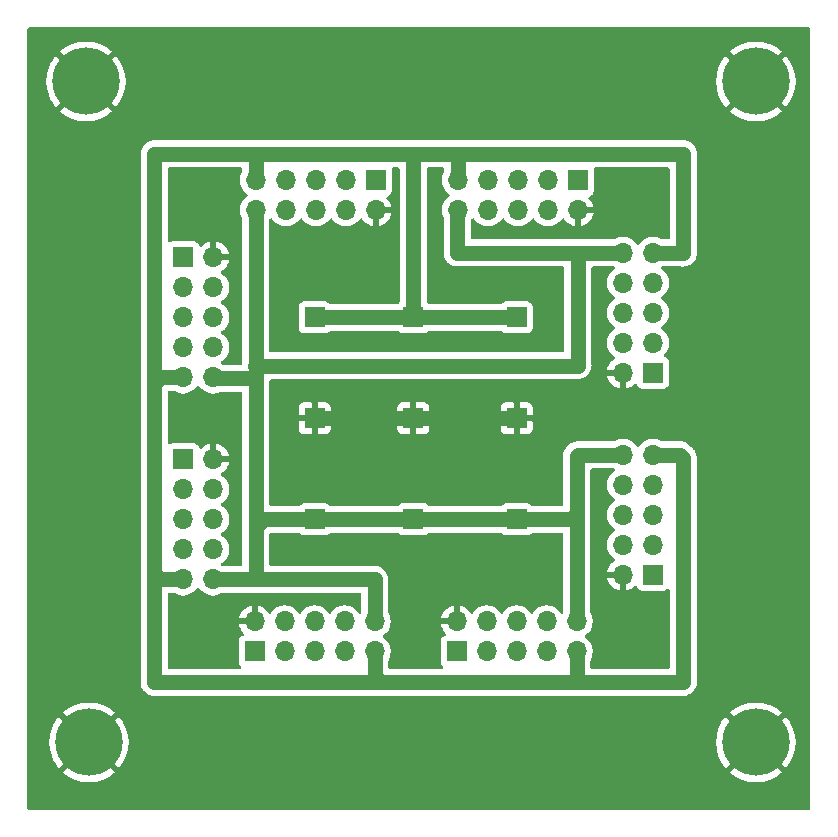
<source format=gbr>
%TF.GenerationSoftware,KiCad,Pcbnew,(6.0.9)*%
%TF.CreationDate,2022-12-16T13:04:41-05:00*%
%TF.ProjectId,Perris_Breakout,50657272-6973-45f4-9272-65616b6f7574,rev?*%
%TF.SameCoordinates,Original*%
%TF.FileFunction,Copper,L2,Bot*%
%TF.FilePolarity,Positive*%
%FSLAX46Y46*%
G04 Gerber Fmt 4.6, Leading zero omitted, Abs format (unit mm)*
G04 Created by KiCad (PCBNEW (6.0.9)) date 2022-12-16 13:04:41*
%MOMM*%
%LPD*%
G01*
G04 APERTURE LIST*
%TA.AperFunction,ComponentPad*%
%ADD10R,1.700000X1.700000*%
%TD*%
%TA.AperFunction,ComponentPad*%
%ADD11O,1.700000X1.700000*%
%TD*%
%TA.AperFunction,ComponentPad*%
%ADD12C,5.700000*%
%TD*%
%TA.AperFunction,ViaPad*%
%ADD13C,1.270000*%
%TD*%
%TA.AperFunction,Conductor*%
%ADD14C,1.270000*%
%TD*%
G04 APERTURE END LIST*
D10*
%TO.P,J7,1,Pin_1*%
%TO.N,unconnected-(J7-Pad1)*%
X116636800Y-51485800D03*
D11*
%TO.P,J7,2,Pin_2*%
%TO.N,unconnected-(J7-Pad2)*%
X114096800Y-51485800D03*
%TO.P,J7,3,Pin_3*%
%TO.N,unconnected-(J7-Pad3)*%
X111556800Y-51485800D03*
%TO.P,J7,4,Pin_4*%
%TO.N,unconnected-(J7-Pad4)*%
X109016800Y-51485800D03*
%TO.P,J7,5,Pin_5*%
%TO.N,/SCL*%
X106476800Y-51485800D03*
%TO.P,J7,6,Pin_6*%
%TO.N,/SDA*%
X106476800Y-54025800D03*
%TO.P,J7,7,Pin_7*%
%TO.N,unconnected-(J7-Pad7)*%
X109016800Y-54025800D03*
%TO.P,J7,8,Pin_8*%
%TO.N,unconnected-(J7-Pad8)*%
X111556800Y-54025800D03*
%TO.P,J7,9,Pin_9*%
%TO.N,unconnected-(J7-Pad9)*%
X114096800Y-54025800D03*
%TO.P,J7,10,Pin_10*%
%TO.N,/GND*%
X116636800Y-54025800D03*
%TD*%
D10*
%TO.P,J5,1,Pin_1*%
%TO.N,unconnected-(J5-Pad1)*%
X140106400Y-67792600D03*
D11*
%TO.P,J5,2,Pin_2*%
%TO.N,unconnected-(J5-Pad2)*%
X140106400Y-65252600D03*
%TO.P,J5,3,Pin_3*%
%TO.N,unconnected-(J5-Pad3)*%
X140106400Y-62712600D03*
%TO.P,J5,4,Pin_4*%
%TO.N,unconnected-(J5-Pad4)*%
X140106400Y-60172600D03*
%TO.P,J5,5,Pin_5*%
%TO.N,/SCL*%
X140106400Y-57632600D03*
%TO.P,J5,6,Pin_6*%
%TO.N,/SDA*%
X137566400Y-57632600D03*
%TO.P,J5,7,Pin_7*%
%TO.N,unconnected-(J5-Pad7)*%
X137566400Y-60172600D03*
%TO.P,J5,8,Pin_8*%
%TO.N,unconnected-(J5-Pad8)*%
X137566400Y-62712600D03*
%TO.P,J5,9,Pin_9*%
%TO.N,unconnected-(J5-Pad9)*%
X137566400Y-65252600D03*
%TO.P,J5,10,Pin_10*%
%TO.N,/GND*%
X137566400Y-67792600D03*
%TD*%
D10*
%TO.P,TP3,1,1*%
%TO.N,/SDA*%
X119811800Y-80187800D03*
%TD*%
%TO.P,TP2,1,1*%
%TO.N,/GND*%
X119811800Y-71640700D03*
%TD*%
%TO.P,J8,1,Pin_1*%
%TO.N,unconnected-(J8-Pad1)*%
X133741000Y-51485800D03*
D11*
%TO.P,J8,2,Pin_2*%
%TO.N,unconnected-(J8-Pad2)*%
X131201000Y-51485800D03*
%TO.P,J8,3,Pin_3*%
%TO.N,unconnected-(J8-Pad3)*%
X128661000Y-51485800D03*
%TO.P,J8,4,Pin_4*%
%TO.N,unconnected-(J8-Pad4)*%
X126121000Y-51485800D03*
%TO.P,J8,5,Pin_5*%
%TO.N,/SCL*%
X123581000Y-51485800D03*
%TO.P,J8,6,Pin_6*%
%TO.N,/SDA*%
X123581000Y-54025800D03*
%TO.P,J8,7,Pin_7*%
%TO.N,unconnected-(J8-Pad7)*%
X126121000Y-54025800D03*
%TO.P,J8,8,Pin_8*%
%TO.N,unconnected-(J8-Pad8)*%
X128661000Y-54025800D03*
%TO.P,J8,9,Pin_9*%
%TO.N,unconnected-(J8-Pad9)*%
X131201000Y-54025800D03*
%TO.P,J8,10,Pin_10*%
%TO.N,/GND*%
X133741000Y-54025800D03*
%TD*%
D10*
%TO.P,J10,1,Pin_1*%
%TO.N,/SCL*%
X128569800Y-63104000D03*
%TD*%
%TO.P,J14,1,Pin_1*%
%TO.N,/SDA*%
X128569800Y-80208200D03*
%TD*%
%TO.P,J13,1,Pin_1*%
%TO.N,/SDA*%
X111465600Y-80208200D03*
%TD*%
%TO.P,J3,1,Pin_1*%
%TO.N,unconnected-(J3-Pad1)*%
X106390600Y-91389200D03*
D11*
%TO.P,J3,2,Pin_2*%
%TO.N,unconnected-(J3-Pad2)*%
X108930600Y-91389200D03*
%TO.P,J3,3,Pin_3*%
%TO.N,unconnected-(J3-Pad3)*%
X111470600Y-91389200D03*
%TO.P,J3,4,Pin_4*%
%TO.N,unconnected-(J3-Pad4)*%
X114010600Y-91389200D03*
%TO.P,J3,5,Pin_5*%
%TO.N,/SCL*%
X116550600Y-91389200D03*
%TO.P,J3,6,Pin_6*%
%TO.N,/SDA*%
X116550600Y-88849200D03*
%TO.P,J3,7,Pin_7*%
%TO.N,unconnected-(J3-Pad7)*%
X114010600Y-88849200D03*
%TO.P,J3,8,Pin_8*%
%TO.N,unconnected-(J3-Pad8)*%
X111470600Y-88849200D03*
%TO.P,J3,9,Pin_9*%
%TO.N,unconnected-(J3-Pad9)*%
X108930600Y-88849200D03*
%TO.P,J3,10,Pin_10*%
%TO.N,/GND*%
X106390600Y-88849200D03*
%TD*%
D10*
%TO.P,J11,1,Pin_1*%
%TO.N,/GND*%
X111465600Y-71661100D03*
%TD*%
D12*
%TO.P,H2,1,1*%
%TO.N,/GND*%
X92354400Y-99085400D03*
%TD*%
%TO.P,H3,1,1*%
%TO.N,/GND*%
X92100400Y-43129200D03*
%TD*%
D10*
%TO.P,TP1,1,1*%
%TO.N,/SCL*%
X119811800Y-63083600D03*
%TD*%
%TO.P,J6,1,Pin_1*%
%TO.N,unconnected-(J6-Pad1)*%
X140106400Y-84896800D03*
D11*
%TO.P,J6,2,Pin_2*%
%TO.N,unconnected-(J6-Pad2)*%
X140106400Y-82356800D03*
%TO.P,J6,3,Pin_3*%
%TO.N,unconnected-(J6-Pad3)*%
X140106400Y-79816800D03*
%TO.P,J6,4,Pin_4*%
%TO.N,unconnected-(J6-Pad4)*%
X140106400Y-77276800D03*
%TO.P,J6,5,Pin_5*%
%TO.N,/SCL*%
X140106400Y-74736800D03*
%TO.P,J6,6,Pin_6*%
%TO.N,/SDA*%
X137566400Y-74736800D03*
%TO.P,J6,7,Pin_7*%
%TO.N,unconnected-(J6-Pad7)*%
X137566400Y-77276800D03*
%TO.P,J6,8,Pin_8*%
%TO.N,unconnected-(J6-Pad8)*%
X137566400Y-79816800D03*
%TO.P,J6,9,Pin_9*%
%TO.N,unconnected-(J6-Pad9)*%
X137566400Y-82356800D03*
%TO.P,J6,10,Pin_10*%
%TO.N,/GND*%
X137566400Y-84896800D03*
%TD*%
D12*
%TO.P,H1,1,1*%
%TO.N,/GND*%
X148818600Y-43129200D03*
%TD*%
D10*
%TO.P,J12,1,Pin_1*%
%TO.N,/GND*%
X128569800Y-71661100D03*
%TD*%
%TO.P,J9,1,Pin_1*%
%TO.N,/SCL*%
X111465600Y-63104000D03*
%TD*%
%TO.P,J1,1,Pin_1*%
%TO.N,unconnected-(J1-Pad1)*%
X100330000Y-58029000D03*
D11*
%TO.P,J1,2,Pin_2*%
%TO.N,unconnected-(J1-Pad2)*%
X100330000Y-60569000D03*
%TO.P,J1,3,Pin_3*%
%TO.N,unconnected-(J1-Pad3)*%
X100330000Y-63109000D03*
%TO.P,J1,4,Pin_4*%
%TO.N,unconnected-(J1-Pad4)*%
X100330000Y-65649000D03*
%TO.P,J1,5,Pin_5*%
%TO.N,/SCL*%
X100330000Y-68189000D03*
%TO.P,J1,6,Pin_6*%
%TO.N,/SDA*%
X102870000Y-68189000D03*
%TO.P,J1,7,Pin_7*%
%TO.N,unconnected-(J1-Pad7)*%
X102870000Y-65649000D03*
%TO.P,J1,8,Pin_8*%
%TO.N,unconnected-(J1-Pad8)*%
X102870000Y-63109000D03*
%TO.P,J1,9,Pin_9*%
%TO.N,unconnected-(J1-Pad9)*%
X102870000Y-60569000D03*
%TO.P,J1,10,Pin_10*%
%TO.N,/GND*%
X102870000Y-58029000D03*
%TD*%
D12*
%TO.P,H4,1,1*%
%TO.N,/GND*%
X148818600Y-99085400D03*
%TD*%
D10*
%TO.P,J2,1,Pin_1*%
%TO.N,unconnected-(J2-Pad1)*%
X100330000Y-75133200D03*
D11*
%TO.P,J2,2,Pin_2*%
%TO.N,unconnected-(J2-Pad2)*%
X100330000Y-77673200D03*
%TO.P,J2,3,Pin_3*%
%TO.N,unconnected-(J2-Pad3)*%
X100330000Y-80213200D03*
%TO.P,J2,4,Pin_4*%
%TO.N,unconnected-(J2-Pad4)*%
X100330000Y-82753200D03*
%TO.P,J2,5,Pin_5*%
%TO.N,/SCL*%
X100330000Y-85293200D03*
%TO.P,J2,6,Pin_6*%
%TO.N,/SDA*%
X102870000Y-85293200D03*
%TO.P,J2,7,Pin_7*%
%TO.N,unconnected-(J2-Pad7)*%
X102870000Y-82753200D03*
%TO.P,J2,8,Pin_8*%
%TO.N,unconnected-(J2-Pad8)*%
X102870000Y-80213200D03*
%TO.P,J2,9,Pin_9*%
%TO.N,unconnected-(J2-Pad9)*%
X102870000Y-77673200D03*
%TO.P,J2,10,Pin_10*%
%TO.N,/GND*%
X102870000Y-75133200D03*
%TD*%
D10*
%TO.P,J4,1,Pin_1*%
%TO.N,unconnected-(J4-Pad1)*%
X123494800Y-91389200D03*
D11*
%TO.P,J4,2,Pin_2*%
%TO.N,unconnected-(J4-Pad2)*%
X126034800Y-91389200D03*
%TO.P,J4,3,Pin_3*%
%TO.N,unconnected-(J4-Pad3)*%
X128574800Y-91389200D03*
%TO.P,J4,4,Pin_4*%
%TO.N,unconnected-(J4-Pad4)*%
X131114800Y-91389200D03*
%TO.P,J4,5,Pin_5*%
%TO.N,/SCL*%
X133654800Y-91389200D03*
%TO.P,J4,6,Pin_6*%
%TO.N,/SDA*%
X133654800Y-88849200D03*
%TO.P,J4,7,Pin_7*%
%TO.N,unconnected-(J4-Pad7)*%
X131114800Y-88849200D03*
%TO.P,J4,8,Pin_8*%
%TO.N,unconnected-(J4-Pad8)*%
X128574800Y-88849200D03*
%TO.P,J4,9,Pin_9*%
%TO.N,unconnected-(J4-Pad9)*%
X126034800Y-88849200D03*
%TO.P,J4,10,Pin_10*%
%TO.N,/GND*%
X123494800Y-88849200D03*
%TD*%
D13*
%TO.N,/GND*%
X138836400Y-52755800D03*
X101605000Y-90114200D03*
X101605000Y-71661100D03*
X101605000Y-52755800D03*
X119811800Y-90114200D03*
X111506000Y-58623200D03*
%TD*%
D14*
%TO.N,/SCL*%
X106654600Y-49250600D02*
X120040400Y-49250600D01*
X97891600Y-93980000D02*
X97891600Y-84785200D01*
X142671800Y-49250600D02*
X142671800Y-57658000D01*
X119811800Y-63083600D02*
X119811800Y-49479200D01*
X100330000Y-85293200D02*
X98399600Y-85293200D01*
X98435000Y-68189000D02*
X97891600Y-68732400D01*
X97891600Y-68732400D02*
X97891600Y-49276000D01*
X142671800Y-75006200D02*
X142671800Y-93980000D01*
X134112000Y-94005400D02*
X117043200Y-94005400D01*
X111465600Y-63104000D02*
X128569800Y-63104000D01*
X97891600Y-84785200D02*
X97891600Y-68732400D01*
X100330000Y-68189000D02*
X98435000Y-68189000D01*
X119811800Y-49479200D02*
X120040400Y-49250600D01*
X97917000Y-94005400D02*
X97891600Y-93980000D01*
X142646400Y-49250600D02*
X142671800Y-49276000D01*
X106476800Y-49428400D02*
X106654600Y-49250600D01*
X140106400Y-57632600D02*
X142316200Y-57632600D01*
X123581000Y-49342200D02*
X123672600Y-49250600D01*
X142671800Y-93980000D02*
X142646400Y-94005400D01*
X123672600Y-49250600D02*
X142646400Y-49250600D01*
X120040400Y-49250600D02*
X123672600Y-49250600D01*
X123581000Y-51485800D02*
X123581000Y-49342200D01*
X142402400Y-74736800D02*
X142671800Y-75006200D01*
X116550600Y-93512800D02*
X117043200Y-94005400D01*
X142646400Y-94005400D02*
X134112000Y-94005400D01*
X133654800Y-91389200D02*
X133654800Y-93548200D01*
X98399600Y-85293200D02*
X97891600Y-84785200D01*
X140106400Y-74736800D02*
X142402400Y-74736800D01*
X116550600Y-91389200D02*
X116550600Y-93512800D01*
X97891600Y-49250600D02*
X106654600Y-49250600D01*
X117043200Y-94005400D02*
X97917000Y-94005400D01*
X133654800Y-93548200D02*
X134112000Y-94005400D01*
X106476800Y-51485800D02*
X106476800Y-49428400D01*
%TO.N,/SDA*%
X107142200Y-80208200D02*
X106476800Y-80873600D01*
X133553200Y-57632600D02*
X133746400Y-57825800D01*
X133553200Y-57632600D02*
X123545600Y-57632600D01*
X123545600Y-54061200D02*
X123581000Y-54025800D01*
X106476800Y-80873600D02*
X106476800Y-85242400D01*
X123545600Y-57632600D02*
X123545600Y-54061200D01*
X128569800Y-80208200D02*
X133126400Y-80208200D01*
X102870000Y-85293200D02*
X106426000Y-85293200D01*
X116560600Y-88839200D02*
X116550600Y-88849200D01*
X133654800Y-88849200D02*
X133654800Y-79679800D01*
X106476800Y-54025800D02*
X106476800Y-68275200D01*
X133746400Y-57825800D02*
X133746400Y-67173000D01*
X111465600Y-80208200D02*
X128569800Y-80208200D01*
X106476800Y-85242400D02*
X106426000Y-85293200D01*
X106476800Y-68275200D02*
X102956200Y-68275200D01*
X133126400Y-80208200D02*
X133654800Y-79679800D01*
X133746400Y-74736800D02*
X137566400Y-74736800D01*
X116560600Y-85369400D02*
X116560600Y-88839200D01*
X111465600Y-80208200D02*
X107142200Y-80208200D01*
X133746400Y-67173000D02*
X133756400Y-67183000D01*
X106451400Y-67183000D02*
X133680200Y-67183000D01*
X133654800Y-79679800D02*
X133654800Y-74879200D01*
X106426000Y-85293200D02*
X116535200Y-85293200D01*
X102956200Y-68275200D02*
X102870000Y-68189000D01*
X137566400Y-57632600D02*
X133553200Y-57632600D01*
X106476800Y-68275200D02*
X106476800Y-80873600D01*
%TO.N,/GND*%
X111465600Y-71661100D02*
X128569800Y-71661100D01*
%TD*%
%TA.AperFunction,Conductor*%
%TO.N,/GND*%
G36*
X153403995Y-38569205D02*
G01*
X153440900Y-38658300D01*
X153440900Y-104648500D01*
X153403995Y-104737595D01*
X153314900Y-104774500D01*
X87273900Y-104774500D01*
X87184805Y-104737595D01*
X87147900Y-104648500D01*
X87147900Y-101639470D01*
X90169923Y-101639470D01*
X90177265Y-101657194D01*
X90183777Y-101663706D01*
X90192185Y-101670762D01*
X90664478Y-102001465D01*
X90673973Y-102006948D01*
X91196527Y-102250618D01*
X91206819Y-102254364D01*
X91763747Y-102403593D01*
X91774542Y-102405496D01*
X92348925Y-102455748D01*
X92359875Y-102455748D01*
X92934258Y-102405496D01*
X92945053Y-102403593D01*
X93501981Y-102254364D01*
X93512273Y-102250618D01*
X94034827Y-102006948D01*
X94044322Y-102001465D01*
X94516620Y-101670758D01*
X94525016Y-101663713D01*
X94531538Y-101657192D01*
X94538878Y-101639471D01*
X94538878Y-101639470D01*
X146634123Y-101639470D01*
X146641465Y-101657194D01*
X146647977Y-101663706D01*
X146656385Y-101670762D01*
X147128678Y-102001465D01*
X147138173Y-102006948D01*
X147660727Y-102250618D01*
X147671019Y-102254364D01*
X148227947Y-102403593D01*
X148238742Y-102405496D01*
X148813125Y-102455748D01*
X148824075Y-102455748D01*
X149398458Y-102405496D01*
X149409253Y-102403593D01*
X149966181Y-102254364D01*
X149976473Y-102250618D01*
X150499027Y-102006948D01*
X150508522Y-102001465D01*
X150980820Y-101670758D01*
X150989216Y-101663713D01*
X150995738Y-101657192D01*
X151003078Y-101639471D01*
X150995736Y-101621746D01*
X148836324Y-99462334D01*
X148818600Y-99454992D01*
X148800876Y-99462334D01*
X146641465Y-101621746D01*
X146634123Y-101639470D01*
X94538878Y-101639470D01*
X94531536Y-101621746D01*
X92372124Y-99462334D01*
X92354400Y-99454992D01*
X92336676Y-99462334D01*
X90177265Y-101621746D01*
X90169923Y-101639470D01*
X87147900Y-101639470D01*
X87147900Y-99090875D01*
X88984052Y-99090875D01*
X89034304Y-99665258D01*
X89036207Y-99676053D01*
X89185436Y-100232981D01*
X89189182Y-100243273D01*
X89432852Y-100765826D01*
X89438335Y-100775322D01*
X89769038Y-101247615D01*
X89776094Y-101256023D01*
X89782607Y-101262536D01*
X89800331Y-101269878D01*
X89818055Y-101262536D01*
X91977466Y-99103124D01*
X91984808Y-99085400D01*
X92723992Y-99085400D01*
X92731334Y-99103124D01*
X94890746Y-101262536D01*
X94908471Y-101269878D01*
X94926191Y-101262538D01*
X94932713Y-101256016D01*
X94939758Y-101247620D01*
X95270465Y-100775322D01*
X95275948Y-100765826D01*
X95519618Y-100243273D01*
X95523364Y-100232981D01*
X95672593Y-99676053D01*
X95674496Y-99665258D01*
X95724748Y-99090875D01*
X145448252Y-99090875D01*
X145498504Y-99665258D01*
X145500407Y-99676053D01*
X145649636Y-100232981D01*
X145653382Y-100243273D01*
X145897052Y-100765826D01*
X145902535Y-100775322D01*
X146233238Y-101247615D01*
X146240294Y-101256023D01*
X146246807Y-101262536D01*
X146264531Y-101269878D01*
X146282255Y-101262536D01*
X148441666Y-99103124D01*
X148449008Y-99085400D01*
X149188192Y-99085400D01*
X149195534Y-99103124D01*
X151354946Y-101262536D01*
X151372671Y-101269878D01*
X151390391Y-101262538D01*
X151396913Y-101256016D01*
X151403958Y-101247620D01*
X151734665Y-100775322D01*
X151740148Y-100765826D01*
X151983818Y-100243273D01*
X151987564Y-100232981D01*
X152136793Y-99676053D01*
X152138696Y-99665258D01*
X152188948Y-99090875D01*
X152188948Y-99079925D01*
X152138696Y-98505542D01*
X152136793Y-98494747D01*
X151987564Y-97937819D01*
X151983818Y-97927527D01*
X151740148Y-97404974D01*
X151734665Y-97395478D01*
X151403962Y-96923185D01*
X151396906Y-96914777D01*
X151390394Y-96908265D01*
X151372670Y-96900923D01*
X151354946Y-96908265D01*
X149195534Y-99067676D01*
X149188192Y-99085400D01*
X148449008Y-99085400D01*
X148441666Y-99067676D01*
X146282255Y-96908265D01*
X146264529Y-96900922D01*
X146246809Y-96908262D01*
X146240287Y-96914784D01*
X146233242Y-96923180D01*
X145902535Y-97395478D01*
X145897052Y-97404974D01*
X145653382Y-97927527D01*
X145649636Y-97937819D01*
X145500407Y-98494747D01*
X145498504Y-98505542D01*
X145448252Y-99079925D01*
X145448252Y-99090875D01*
X95724748Y-99090875D01*
X95724748Y-99079925D01*
X95674496Y-98505542D01*
X95672593Y-98494747D01*
X95523364Y-97937819D01*
X95519618Y-97927527D01*
X95275948Y-97404974D01*
X95270465Y-97395478D01*
X94939762Y-96923185D01*
X94932706Y-96914777D01*
X94926194Y-96908265D01*
X94908470Y-96900923D01*
X94890746Y-96908265D01*
X92731334Y-99067676D01*
X92723992Y-99085400D01*
X91984808Y-99085400D01*
X91977466Y-99067676D01*
X89818055Y-96908265D01*
X89800329Y-96900922D01*
X89782609Y-96908262D01*
X89776087Y-96914784D01*
X89769042Y-96923180D01*
X89438335Y-97395478D01*
X89432852Y-97404974D01*
X89189182Y-97927527D01*
X89185436Y-97937819D01*
X89036207Y-98494747D01*
X89034304Y-98505542D01*
X88984052Y-99079925D01*
X88984052Y-99090875D01*
X87147900Y-99090875D01*
X87147900Y-96531331D01*
X90169922Y-96531331D01*
X90177264Y-96549054D01*
X92336676Y-98708466D01*
X92354400Y-98715808D01*
X92372124Y-98708466D01*
X94531536Y-96549055D01*
X94538878Y-96531331D01*
X146634122Y-96531331D01*
X146641464Y-96549054D01*
X148800876Y-98708466D01*
X148818600Y-98715808D01*
X148836324Y-98708466D01*
X150995736Y-96549055D01*
X151003078Y-96531331D01*
X150995736Y-96513607D01*
X150989223Y-96507094D01*
X150980815Y-96500038D01*
X150508522Y-96169335D01*
X150499027Y-96163852D01*
X149976473Y-95920182D01*
X149966181Y-95916436D01*
X149409253Y-95767207D01*
X149398458Y-95765304D01*
X148824075Y-95715052D01*
X148813125Y-95715052D01*
X148238742Y-95765304D01*
X148227947Y-95767207D01*
X147671019Y-95916436D01*
X147660727Y-95920182D01*
X147138174Y-96163852D01*
X147128678Y-96169335D01*
X146656380Y-96500042D01*
X146647984Y-96507087D01*
X146641463Y-96513608D01*
X146634122Y-96531331D01*
X94538878Y-96531331D01*
X94531536Y-96513607D01*
X94525023Y-96507094D01*
X94516615Y-96500038D01*
X94044322Y-96169335D01*
X94034827Y-96163852D01*
X93512273Y-95920182D01*
X93501981Y-95916436D01*
X92945053Y-95767207D01*
X92934258Y-95765304D01*
X92359875Y-95715052D01*
X92348925Y-95715052D01*
X91774542Y-95765304D01*
X91763747Y-95767207D01*
X91206819Y-95916436D01*
X91196527Y-95920182D01*
X90673974Y-96163852D01*
X90664478Y-96169335D01*
X90192180Y-96500042D01*
X90183784Y-96507087D01*
X90177263Y-96513608D01*
X90169922Y-96531331D01*
X87147900Y-96531331D01*
X87147900Y-94016324D01*
X96735755Y-94016324D01*
X96737447Y-94025588D01*
X96737447Y-94025589D01*
X96763058Y-94165822D01*
X96763708Y-94169726D01*
X96767762Y-94196691D01*
X96786306Y-94320033D01*
X96790384Y-94328527D01*
X96792980Y-94336964D01*
X96795839Y-94345316D01*
X96797532Y-94354583D01*
X96801874Y-94362941D01*
X96801874Y-94362942D01*
X96867599Y-94489468D01*
X96869368Y-94493009D01*
X96931074Y-94621513D01*
X96931076Y-94621516D01*
X96935151Y-94630002D01*
X96941542Y-94636915D01*
X96946840Y-94644711D01*
X96946082Y-94645226D01*
X96947961Y-94647901D01*
X96948714Y-94647394D01*
X96952733Y-94653358D01*
X96956040Y-94659725D01*
X96966974Y-94672528D01*
X96968720Y-94674274D01*
X96968732Y-94674287D01*
X97055104Y-94760659D01*
X97064959Y-94771748D01*
X97125379Y-94848391D01*
X97133127Y-94853746D01*
X97133128Y-94853747D01*
X97146194Y-94862778D01*
X97154550Y-94870028D01*
X97154815Y-94869697D01*
X97162165Y-94875585D01*
X97168559Y-94882502D01*
X97176705Y-94887234D01*
X97176707Y-94887235D01*
X97202968Y-94902488D01*
X97211316Y-94907786D01*
X97250440Y-94934826D01*
X97253619Y-94937099D01*
X97375879Y-95027401D01*
X97384766Y-95030522D01*
X97392568Y-95034653D01*
X97400499Y-95038539D01*
X97408247Y-95043893D01*
X97417224Y-95046732D01*
X97417226Y-95046733D01*
X97473367Y-95064488D01*
X97553176Y-95089728D01*
X97556862Y-95090957D01*
X97700309Y-95141332D01*
X97709723Y-95141702D01*
X97718973Y-95143466D01*
X97718801Y-95144369D01*
X97722028Y-95144932D01*
X97722202Y-95144040D01*
X97729251Y-95145414D01*
X97736097Y-95147579D01*
X97743251Y-95148142D01*
X97750425Y-95148707D01*
X97750434Y-95148707D01*
X97752882Y-95148900D01*
X97890444Y-95148900D01*
X97895391Y-95148997D01*
X98043898Y-95154832D01*
X98053000Y-95152419D01*
X98062364Y-95151385D01*
X98062382Y-95151547D01*
X98082692Y-95148900D01*
X117016619Y-95148900D01*
X117021566Y-95148997D01*
X117170098Y-95154833D01*
X117179206Y-95152418D01*
X117188562Y-95151385D01*
X117188580Y-95151548D01*
X117208893Y-95148900D01*
X134085444Y-95148900D01*
X134090391Y-95148997D01*
X134238898Y-95154832D01*
X134248006Y-95152417D01*
X134257362Y-95151384D01*
X134257380Y-95151547D01*
X134277689Y-95148900D01*
X142570988Y-95148900D01*
X142585798Y-95149773D01*
X142682724Y-95161245D01*
X142691988Y-95159553D01*
X142691989Y-95159553D01*
X142832222Y-95133942D01*
X142836126Y-95133292D01*
X142894763Y-95124476D01*
X142986433Y-95110694D01*
X142994927Y-95106616D01*
X143003364Y-95104020D01*
X143011716Y-95101161D01*
X143020983Y-95099468D01*
X143155869Y-95029401D01*
X143159409Y-95027632D01*
X143287913Y-94965926D01*
X143287916Y-94965924D01*
X143296402Y-94961849D01*
X143303315Y-94955458D01*
X143311111Y-94950160D01*
X143311626Y-94950918D01*
X143314301Y-94949039D01*
X143313794Y-94948286D01*
X143319758Y-94944267D01*
X143326125Y-94940960D01*
X143338928Y-94930026D01*
X143340674Y-94928280D01*
X143340687Y-94928268D01*
X143427059Y-94841896D01*
X143438148Y-94832041D01*
X143443330Y-94827956D01*
X143514791Y-94771621D01*
X143520147Y-94763872D01*
X143529178Y-94750806D01*
X143536428Y-94742450D01*
X143536097Y-94742185D01*
X143541985Y-94734835D01*
X143548902Y-94728441D01*
X143568888Y-94694032D01*
X143574191Y-94685675D01*
X143584577Y-94670649D01*
X143601226Y-94646560D01*
X143603513Y-94643361D01*
X143613381Y-94630002D01*
X143693801Y-94521121D01*
X143696922Y-94512234D01*
X143701053Y-94504432D01*
X143704939Y-94496501D01*
X143710293Y-94488753D01*
X143756128Y-94343824D01*
X143757357Y-94340138D01*
X143807732Y-94196691D01*
X143808102Y-94187277D01*
X143809866Y-94178027D01*
X143810769Y-94178199D01*
X143811332Y-94174972D01*
X143810440Y-94174798D01*
X143811814Y-94167749D01*
X143813979Y-94160903D01*
X143815300Y-94144118D01*
X143815300Y-94006556D01*
X143815397Y-94001609D01*
X143820862Y-93862511D01*
X143821232Y-93853102D01*
X143818819Y-93844000D01*
X143817785Y-93834636D01*
X143817947Y-93834618D01*
X143815300Y-93814308D01*
X143815300Y-75081612D01*
X143816173Y-75066802D01*
X143826538Y-74979228D01*
X143827645Y-74969876D01*
X143800342Y-74820378D01*
X143799692Y-74816474D01*
X143784448Y-74715082D01*
X143777094Y-74666167D01*
X143773016Y-74657673D01*
X143770420Y-74649236D01*
X143767561Y-74640884D01*
X143765868Y-74631617D01*
X143695801Y-74496731D01*
X143694032Y-74493191D01*
X143632326Y-74364687D01*
X143632324Y-74364684D01*
X143628249Y-74356198D01*
X143621858Y-74349285D01*
X143616560Y-74341489D01*
X143617318Y-74340974D01*
X143615441Y-74338303D01*
X143614688Y-74338810D01*
X143610670Y-74332848D01*
X143607360Y-74326475D01*
X143602695Y-74321014D01*
X143602693Y-74321010D01*
X143598033Y-74315555D01*
X143596425Y-74313672D01*
X143499179Y-74216426D01*
X143495749Y-74212860D01*
X143464021Y-74178537D01*
X143394841Y-74103698D01*
X143386698Y-74098968D01*
X143379347Y-74093079D01*
X143379449Y-74092952D01*
X143363212Y-74080459D01*
X143264305Y-73981552D01*
X143254450Y-73970463D01*
X143239909Y-73952018D01*
X143194021Y-73893809D01*
X143186274Y-73888455D01*
X143186270Y-73888451D01*
X143068974Y-73807382D01*
X143065780Y-73805101D01*
X142943521Y-73714799D01*
X142934634Y-73711678D01*
X142926832Y-73707547D01*
X142918901Y-73703661D01*
X142911153Y-73698307D01*
X142902176Y-73695468D01*
X142902174Y-73695467D01*
X142846033Y-73677712D01*
X142766224Y-73652472D01*
X142762538Y-73651243D01*
X142619091Y-73600868D01*
X142609677Y-73600498D01*
X142600427Y-73598734D01*
X142600599Y-73597831D01*
X142597372Y-73597268D01*
X142597198Y-73598160D01*
X142590149Y-73596786D01*
X142583303Y-73594621D01*
X142575400Y-73593999D01*
X142568975Y-73593493D01*
X142568966Y-73593493D01*
X142566518Y-73593300D01*
X142428956Y-73593300D01*
X142424009Y-73593203D01*
X142275502Y-73587368D01*
X142266400Y-73589781D01*
X142257036Y-73590815D01*
X142257018Y-73590653D01*
X142236708Y-73593300D01*
X140890512Y-73593300D01*
X140813810Y-73567264D01*
X140791511Y-73550153D01*
X140461040Y-73413267D01*
X140106400Y-73366578D01*
X139751760Y-73413267D01*
X139421289Y-73550153D01*
X139137507Y-73767907D01*
X138942610Y-74021902D01*
X138936362Y-74030044D01*
X138852846Y-74078262D01*
X138759696Y-74053302D01*
X138736438Y-74030044D01*
X138730191Y-74021902D01*
X138535293Y-73767907D01*
X138251511Y-73550153D01*
X137921040Y-73413267D01*
X137566400Y-73366578D01*
X137211760Y-73413267D01*
X136881289Y-73550153D01*
X136858990Y-73567264D01*
X136782288Y-73593300D01*
X133660490Y-73593300D01*
X133655843Y-73593999D01*
X133655838Y-73593999D01*
X133415678Y-73630106D01*
X133415677Y-73630106D01*
X133406367Y-73631506D01*
X133194640Y-73733176D01*
X133105653Y-73775907D01*
X133096398Y-73780351D01*
X133089484Y-73786743D01*
X133089483Y-73786743D01*
X133051356Y-73821987D01*
X132843898Y-74013759D01*
X132839169Y-74021901D01*
X132839168Y-74021902D01*
X132746694Y-74181109D01*
X132741393Y-74189463D01*
X132616307Y-74370447D01*
X132512621Y-74698297D01*
X132511300Y-74715082D01*
X132511300Y-78938700D01*
X132474395Y-79027795D01*
X132385300Y-79064700D01*
X129902605Y-79064700D01*
X129813510Y-79027795D01*
X129797844Y-79008708D01*
X129786408Y-78991592D01*
X129745561Y-78964299D01*
X129628524Y-78886097D01*
X129628522Y-78886096D01*
X129618207Y-78879204D01*
X129469882Y-78849700D01*
X127669718Y-78849700D01*
X127521393Y-78879204D01*
X127511078Y-78886096D01*
X127511076Y-78886097D01*
X127394039Y-78964299D01*
X127353192Y-78991592D01*
X127341760Y-79008701D01*
X127261579Y-79062278D01*
X127236995Y-79064700D01*
X121158236Y-79064700D01*
X121069141Y-79027795D01*
X121053474Y-79008706D01*
X121028408Y-78971192D01*
X120961902Y-78926754D01*
X120870524Y-78865697D01*
X120870522Y-78865696D01*
X120860207Y-78858804D01*
X120711882Y-78829300D01*
X118911718Y-78829300D01*
X118763393Y-78858804D01*
X118753078Y-78865696D01*
X118753076Y-78865697D01*
X118661698Y-78926754D01*
X118595192Y-78971192D01*
X118570129Y-79008702D01*
X118489946Y-79062279D01*
X118465364Y-79064700D01*
X112798405Y-79064700D01*
X112709310Y-79027795D01*
X112693644Y-79008708D01*
X112682208Y-78991592D01*
X112641361Y-78964299D01*
X112524324Y-78886097D01*
X112524322Y-78886096D01*
X112514007Y-78879204D01*
X112365682Y-78849700D01*
X110565518Y-78849700D01*
X110417193Y-78879204D01*
X110406878Y-78886096D01*
X110406876Y-78886097D01*
X110289839Y-78964299D01*
X110248992Y-78991592D01*
X110237560Y-79008701D01*
X110157379Y-79062278D01*
X110132795Y-79064700D01*
X107746300Y-79064700D01*
X107657205Y-79027795D01*
X107620300Y-78938700D01*
X107620300Y-72554945D01*
X110107600Y-72554945D01*
X110108807Y-72567199D01*
X110134655Y-72697144D01*
X110143968Y-72719629D01*
X110242460Y-72867031D01*
X110259669Y-72884240D01*
X110407071Y-72982732D01*
X110429556Y-72992045D01*
X110559501Y-73017893D01*
X110571755Y-73019100D01*
X111186535Y-73019100D01*
X111204259Y-73011759D01*
X111211600Y-72994035D01*
X111719600Y-72994035D01*
X111726941Y-73011759D01*
X111744665Y-73019100D01*
X112359445Y-73019100D01*
X112371699Y-73017893D01*
X112501644Y-72992045D01*
X112524129Y-72982732D01*
X112671531Y-72884240D01*
X112688740Y-72867031D01*
X112787232Y-72719629D01*
X112796545Y-72697144D01*
X112822393Y-72567199D01*
X112823600Y-72554945D01*
X112823600Y-72534545D01*
X118453800Y-72534545D01*
X118455007Y-72546799D01*
X118480855Y-72676744D01*
X118490168Y-72699229D01*
X118588660Y-72846631D01*
X118605869Y-72863840D01*
X118753271Y-72962332D01*
X118775756Y-72971645D01*
X118905701Y-72997493D01*
X118917955Y-72998700D01*
X119532735Y-72998700D01*
X119550459Y-72991359D01*
X119557800Y-72973635D01*
X120065800Y-72973635D01*
X120073141Y-72991359D01*
X120090865Y-72998700D01*
X120705645Y-72998700D01*
X120717899Y-72997493D01*
X120847844Y-72971645D01*
X120870329Y-72962332D01*
X121017731Y-72863840D01*
X121034940Y-72846631D01*
X121133432Y-72699229D01*
X121142745Y-72676744D01*
X121166973Y-72554945D01*
X127211800Y-72554945D01*
X127213007Y-72567199D01*
X127238855Y-72697144D01*
X127248168Y-72719629D01*
X127346660Y-72867031D01*
X127363869Y-72884240D01*
X127511271Y-72982732D01*
X127533756Y-72992045D01*
X127663701Y-73017893D01*
X127675955Y-73019100D01*
X128290735Y-73019100D01*
X128308459Y-73011759D01*
X128315800Y-72994035D01*
X128823800Y-72994035D01*
X128831141Y-73011759D01*
X128848865Y-73019100D01*
X129463645Y-73019100D01*
X129475899Y-73017893D01*
X129605844Y-72992045D01*
X129628329Y-72982732D01*
X129775731Y-72884240D01*
X129792940Y-72867031D01*
X129891432Y-72719629D01*
X129900745Y-72697144D01*
X129926593Y-72567199D01*
X129927800Y-72554945D01*
X129927800Y-71940165D01*
X129920459Y-71922441D01*
X129902735Y-71915100D01*
X128848865Y-71915100D01*
X128831141Y-71922441D01*
X128823800Y-71940165D01*
X128823800Y-72994035D01*
X128315800Y-72994035D01*
X128315800Y-71940165D01*
X128308459Y-71922441D01*
X128290735Y-71915100D01*
X127236865Y-71915100D01*
X127219141Y-71922441D01*
X127211800Y-71940165D01*
X127211800Y-72554945D01*
X121166973Y-72554945D01*
X121168593Y-72546799D01*
X121169800Y-72534545D01*
X121169800Y-71919765D01*
X121162459Y-71902041D01*
X121144735Y-71894700D01*
X120090865Y-71894700D01*
X120073141Y-71902041D01*
X120065800Y-71919765D01*
X120065800Y-72973635D01*
X119557800Y-72973635D01*
X119557800Y-71919765D01*
X119550459Y-71902041D01*
X119532735Y-71894700D01*
X118478865Y-71894700D01*
X118461141Y-71902041D01*
X118453800Y-71919765D01*
X118453800Y-72534545D01*
X112823600Y-72534545D01*
X112823600Y-71940165D01*
X112816259Y-71922441D01*
X112798535Y-71915100D01*
X111744665Y-71915100D01*
X111726941Y-71922441D01*
X111719600Y-71940165D01*
X111719600Y-72994035D01*
X111211600Y-72994035D01*
X111211600Y-71940165D01*
X111204259Y-71922441D01*
X111186535Y-71915100D01*
X110132665Y-71915100D01*
X110114941Y-71922441D01*
X110107600Y-71940165D01*
X110107600Y-72554945D01*
X107620300Y-72554945D01*
X107620300Y-71382035D01*
X110107600Y-71382035D01*
X110114941Y-71399759D01*
X110132665Y-71407100D01*
X111186535Y-71407100D01*
X111204259Y-71399759D01*
X111211600Y-71382035D01*
X111719600Y-71382035D01*
X111726941Y-71399759D01*
X111744665Y-71407100D01*
X112798535Y-71407100D01*
X112816259Y-71399759D01*
X112823600Y-71382035D01*
X112823600Y-71361635D01*
X118453800Y-71361635D01*
X118461141Y-71379359D01*
X118478865Y-71386700D01*
X119532735Y-71386700D01*
X119550459Y-71379359D01*
X119557800Y-71361635D01*
X120065800Y-71361635D01*
X120073141Y-71379359D01*
X120090865Y-71386700D01*
X121144735Y-71386700D01*
X121155998Y-71382035D01*
X127211800Y-71382035D01*
X127219141Y-71399759D01*
X127236865Y-71407100D01*
X128290735Y-71407100D01*
X128308459Y-71399759D01*
X128315800Y-71382035D01*
X128823800Y-71382035D01*
X128831141Y-71399759D01*
X128848865Y-71407100D01*
X129902735Y-71407100D01*
X129920459Y-71399759D01*
X129927800Y-71382035D01*
X129927800Y-70767255D01*
X129926593Y-70755001D01*
X129900745Y-70625056D01*
X129891432Y-70602571D01*
X129792940Y-70455169D01*
X129775731Y-70437960D01*
X129628329Y-70339468D01*
X129605844Y-70330155D01*
X129475899Y-70304307D01*
X129463645Y-70303100D01*
X128848865Y-70303100D01*
X128831141Y-70310441D01*
X128823800Y-70328165D01*
X128823800Y-71382035D01*
X128315800Y-71382035D01*
X128315800Y-70328165D01*
X128308459Y-70310441D01*
X128290735Y-70303100D01*
X127675955Y-70303100D01*
X127663701Y-70304307D01*
X127533756Y-70330155D01*
X127511271Y-70339468D01*
X127363869Y-70437960D01*
X127346660Y-70455169D01*
X127248168Y-70602571D01*
X127238855Y-70625056D01*
X127213007Y-70755001D01*
X127211800Y-70767255D01*
X127211800Y-71382035D01*
X121155998Y-71382035D01*
X121162459Y-71379359D01*
X121169800Y-71361635D01*
X121169800Y-70746855D01*
X121168593Y-70734601D01*
X121142745Y-70604656D01*
X121133432Y-70582171D01*
X121034940Y-70434769D01*
X121017731Y-70417560D01*
X120870329Y-70319068D01*
X120847844Y-70309755D01*
X120717899Y-70283907D01*
X120705645Y-70282700D01*
X120090865Y-70282700D01*
X120073141Y-70290041D01*
X120065800Y-70307765D01*
X120065800Y-71361635D01*
X119557800Y-71361635D01*
X119557800Y-70307765D01*
X119550459Y-70290041D01*
X119532735Y-70282700D01*
X118917955Y-70282700D01*
X118905701Y-70283907D01*
X118775756Y-70309755D01*
X118753271Y-70319068D01*
X118605869Y-70417560D01*
X118588660Y-70434769D01*
X118490168Y-70582171D01*
X118480855Y-70604656D01*
X118455007Y-70734601D01*
X118453800Y-70746855D01*
X118453800Y-71361635D01*
X112823600Y-71361635D01*
X112823600Y-70767255D01*
X112822393Y-70755001D01*
X112796545Y-70625056D01*
X112787232Y-70602571D01*
X112688740Y-70455169D01*
X112671531Y-70437960D01*
X112524129Y-70339468D01*
X112501644Y-70330155D01*
X112371699Y-70304307D01*
X112359445Y-70303100D01*
X111744665Y-70303100D01*
X111726941Y-70310441D01*
X111719600Y-70328165D01*
X111719600Y-71382035D01*
X111211600Y-71382035D01*
X111211600Y-70328165D01*
X111204259Y-70310441D01*
X111186535Y-70303100D01*
X110571755Y-70303100D01*
X110559501Y-70304307D01*
X110429556Y-70330155D01*
X110407071Y-70339468D01*
X110259669Y-70437960D01*
X110242460Y-70455169D01*
X110143968Y-70602571D01*
X110134655Y-70625056D01*
X110108807Y-70755001D01*
X110107600Y-70767255D01*
X110107600Y-71382035D01*
X107620300Y-71382035D01*
X107620300Y-68452500D01*
X107657205Y-68363405D01*
X107746300Y-68326500D01*
X133729844Y-68326500D01*
X133734791Y-68326597D01*
X133883298Y-68332432D01*
X134215668Y-68244306D01*
X134502181Y-68065620D01*
X136232626Y-68065620D01*
X136242276Y-68138921D01*
X136246514Y-68154739D01*
X136377029Y-68469829D01*
X136385218Y-68484012D01*
X136592837Y-68754587D01*
X136604413Y-68766163D01*
X136874988Y-68973782D01*
X136889171Y-68981971D01*
X137204261Y-69112486D01*
X137220079Y-69116724D01*
X137287552Y-69125607D01*
X137306080Y-69120642D01*
X137312400Y-69109696D01*
X137312400Y-68071665D01*
X137305059Y-68053941D01*
X137287335Y-68046600D01*
X136255187Y-68046600D01*
X136237463Y-68053941D01*
X136232626Y-68065620D01*
X134502181Y-68065620D01*
X134507432Y-68062345D01*
X134732794Y-67802639D01*
X134871829Y-67488147D01*
X134876785Y-67446279D01*
X134887119Y-67358961D01*
X134887256Y-67358088D01*
X134888579Y-67353903D01*
X134889900Y-67337118D01*
X134889949Y-67337122D01*
X134890433Y-67330960D01*
X134902779Y-67226657D01*
X134912245Y-67146676D01*
X134891950Y-67035551D01*
X134889900Y-67012914D01*
X134889900Y-58902100D01*
X134926805Y-58813005D01*
X135015900Y-58776100D01*
X136782288Y-58776100D01*
X136858962Y-58802115D01*
X136859616Y-58802617D01*
X136907857Y-58886118D01*
X136882925Y-58979275D01*
X136859645Y-59002561D01*
X136597507Y-59203707D01*
X136379753Y-59487489D01*
X136242867Y-59817960D01*
X136196178Y-60172600D01*
X136242867Y-60527240D01*
X136379753Y-60857711D01*
X136597507Y-61141493D01*
X136752814Y-61260664D01*
X136859644Y-61342638D01*
X136907862Y-61426154D01*
X136882902Y-61519304D01*
X136859645Y-61542561D01*
X136597507Y-61743707D01*
X136379753Y-62027489D01*
X136242867Y-62357960D01*
X136196178Y-62712600D01*
X136242867Y-63067240D01*
X136379753Y-63397711D01*
X136597507Y-63681493D01*
X136752814Y-63800664D01*
X136859644Y-63882638D01*
X136907862Y-63966154D01*
X136882902Y-64059304D01*
X136859645Y-64082561D01*
X136597507Y-64283707D01*
X136379753Y-64567489D01*
X136242867Y-64897960D01*
X136196178Y-65252600D01*
X136242867Y-65607240D01*
X136379753Y-65937711D01*
X136597507Y-66221493D01*
X136604057Y-66226519D01*
X136860054Y-66422953D01*
X136908272Y-66506469D01*
X136883312Y-66599619D01*
X136860054Y-66622878D01*
X136604409Y-66819041D01*
X136592837Y-66830613D01*
X136385218Y-67101188D01*
X136377029Y-67115371D01*
X136246514Y-67430461D01*
X136242276Y-67446279D01*
X136233393Y-67513752D01*
X136238358Y-67532280D01*
X136249304Y-67538600D01*
X137694400Y-67538600D01*
X137783495Y-67575505D01*
X137820400Y-67664600D01*
X137820400Y-69103813D01*
X137827741Y-69121537D01*
X137839420Y-69126374D01*
X137912721Y-69116724D01*
X137928539Y-69112486D01*
X138243629Y-68981971D01*
X138257812Y-68973782D01*
X138528384Y-68766165D01*
X138539968Y-68754581D01*
X138545584Y-68747263D01*
X138629100Y-68699045D01*
X138722250Y-68724005D01*
X138769125Y-68799386D01*
X138777404Y-68841007D01*
X138784296Y-68851322D01*
X138784297Y-68851324D01*
X138866121Y-68973782D01*
X138889792Y-69009208D01*
X138900108Y-69016101D01*
X139047676Y-69114703D01*
X139047678Y-69114704D01*
X139057993Y-69121596D01*
X139206318Y-69151100D01*
X141006482Y-69151100D01*
X141154807Y-69121596D01*
X141165122Y-69114704D01*
X141165124Y-69114703D01*
X141312692Y-69016101D01*
X141323008Y-69009208D01*
X141346679Y-68973782D01*
X141428503Y-68851324D01*
X141428504Y-68851322D01*
X141435396Y-68841007D01*
X141464900Y-68692682D01*
X141464900Y-66892518D01*
X141435396Y-66744193D01*
X141428504Y-66733878D01*
X141428503Y-66733876D01*
X141329901Y-66586308D01*
X141323008Y-66575992D01*
X141268186Y-66539361D01*
X141165124Y-66470497D01*
X141165122Y-66470496D01*
X141154807Y-66463604D01*
X141142640Y-66461184D01*
X141142638Y-66461183D01*
X141113835Y-66455454D01*
X141033652Y-66401876D01*
X141014838Y-66307293D01*
X141061712Y-66231914D01*
X141075293Y-66221493D01*
X141293047Y-65937711D01*
X141429933Y-65607240D01*
X141476622Y-65252600D01*
X141429933Y-64897960D01*
X141293047Y-64567489D01*
X141075293Y-64283707D01*
X140813156Y-64082562D01*
X140764938Y-63999046D01*
X140789898Y-63905896D01*
X140813156Y-63882638D01*
X140919987Y-63800664D01*
X141075293Y-63681493D01*
X141293047Y-63397711D01*
X141429933Y-63067240D01*
X141476622Y-62712600D01*
X141429933Y-62357960D01*
X141293047Y-62027489D01*
X141075293Y-61743707D01*
X140813156Y-61542562D01*
X140764938Y-61459046D01*
X140789898Y-61365896D01*
X140813156Y-61342638D01*
X140919987Y-61260664D01*
X141075293Y-61141493D01*
X141293047Y-60857711D01*
X141429933Y-60527240D01*
X141476622Y-60172600D01*
X141429933Y-59817960D01*
X141293047Y-59487489D01*
X141075293Y-59203707D01*
X140813155Y-59002561D01*
X140764938Y-58919046D01*
X140789898Y-58825896D01*
X140813181Y-58802619D01*
X140813838Y-58802115D01*
X140890512Y-58776100D01*
X142402110Y-58776100D01*
X142404766Y-58775701D01*
X142441615Y-58778527D01*
X142581069Y-58810851D01*
X142590465Y-58810186D01*
X142590468Y-58810186D01*
X142799206Y-58795406D01*
X142924064Y-58786566D01*
X143244756Y-58662499D01*
X143514791Y-58449621D01*
X143710293Y-58166753D01*
X143769000Y-57981124D01*
X143811813Y-57845752D01*
X143811813Y-57845751D01*
X143813979Y-57838903D01*
X143815300Y-57822118D01*
X143815300Y-49351412D01*
X143816173Y-49336602D01*
X143826538Y-49249028D01*
X143827645Y-49239676D01*
X143816840Y-49180513D01*
X143815300Y-49168509D01*
X143815300Y-49164690D01*
X143803808Y-49088248D01*
X143778494Y-48919878D01*
X143778494Y-48919877D01*
X143777094Y-48910567D01*
X143628249Y-48600598D01*
X143394841Y-48348098D01*
X143097505Y-48175392D01*
X142923367Y-48135029D01*
X142910071Y-48131166D01*
X142871979Y-48117789D01*
X142871978Y-48117789D01*
X142863091Y-48114668D01*
X142853677Y-48114298D01*
X142844427Y-48112534D01*
X142844599Y-48111631D01*
X142841372Y-48111068D01*
X142841198Y-48111960D01*
X142834149Y-48110586D01*
X142827303Y-48108421D01*
X142810518Y-48107100D01*
X142810534Y-48106894D01*
X142790218Y-48104167D01*
X142762531Y-48097749D01*
X142753136Y-48098414D01*
X142753133Y-48098414D01*
X142672557Y-48104120D01*
X142651662Y-48105599D01*
X142637819Y-48105817D01*
X142519502Y-48101168D01*
X142510400Y-48103581D01*
X142501036Y-48104615D01*
X142501018Y-48104453D01*
X142480708Y-48107100D01*
X123748012Y-48107100D01*
X123733202Y-48106227D01*
X123719582Y-48104615D01*
X123636276Y-48094755D01*
X123627012Y-48096447D01*
X123627011Y-48096447D01*
X123579906Y-48105050D01*
X123557269Y-48107100D01*
X120115812Y-48107100D01*
X120101002Y-48106227D01*
X120087382Y-48104615D01*
X120004076Y-48094755D01*
X119994812Y-48096447D01*
X119994811Y-48096447D01*
X119947706Y-48105050D01*
X119925069Y-48107100D01*
X106730012Y-48107100D01*
X106715202Y-48106227D01*
X106701582Y-48104615D01*
X106618276Y-48094755D01*
X106609012Y-48096447D01*
X106609011Y-48096447D01*
X106561906Y-48105050D01*
X106539269Y-48107100D01*
X97805690Y-48107100D01*
X97801043Y-48107799D01*
X97801038Y-48107799D01*
X97560878Y-48143906D01*
X97560877Y-48143906D01*
X97551567Y-48145306D01*
X97241598Y-48294151D01*
X96989098Y-48527559D01*
X96816392Y-48824895D01*
X96814265Y-48834072D01*
X96766792Y-49038884D01*
X96764181Y-49048426D01*
X96749421Y-49095097D01*
X96748100Y-49111882D01*
X96747894Y-49111866D01*
X96745167Y-49132182D01*
X96738749Y-49159869D01*
X96739414Y-49169265D01*
X96739414Y-49169268D01*
X96747785Y-49287491D01*
X96748100Y-49296390D01*
X96748100Y-68705844D01*
X96748003Y-68710791D01*
X96742168Y-68859298D01*
X96744581Y-68868400D01*
X96745615Y-68877764D01*
X96745453Y-68877782D01*
X96748100Y-68898092D01*
X96748100Y-84709788D01*
X96747227Y-84724598D01*
X96735755Y-84821524D01*
X96737447Y-84830788D01*
X96737447Y-84830789D01*
X96746050Y-84877894D01*
X96748100Y-84900531D01*
X96748100Y-93904588D01*
X96747227Y-93919398D01*
X96735755Y-94016324D01*
X87147900Y-94016324D01*
X87147900Y-45683270D01*
X89915923Y-45683270D01*
X89923265Y-45700994D01*
X89929777Y-45707506D01*
X89938185Y-45714562D01*
X90410478Y-46045265D01*
X90419973Y-46050748D01*
X90942527Y-46294418D01*
X90952819Y-46298164D01*
X91509747Y-46447393D01*
X91520542Y-46449296D01*
X92094925Y-46499548D01*
X92105875Y-46499548D01*
X92680258Y-46449296D01*
X92691053Y-46447393D01*
X93247981Y-46298164D01*
X93258273Y-46294418D01*
X93780827Y-46050748D01*
X93790322Y-46045265D01*
X94262620Y-45714558D01*
X94271016Y-45707513D01*
X94277538Y-45700992D01*
X94284878Y-45683271D01*
X94284878Y-45683270D01*
X146634123Y-45683270D01*
X146641465Y-45700994D01*
X146647977Y-45707506D01*
X146656385Y-45714562D01*
X147128678Y-46045265D01*
X147138173Y-46050748D01*
X147660727Y-46294418D01*
X147671019Y-46298164D01*
X148227947Y-46447393D01*
X148238742Y-46449296D01*
X148813125Y-46499548D01*
X148824075Y-46499548D01*
X149398458Y-46449296D01*
X149409253Y-46447393D01*
X149966181Y-46298164D01*
X149976473Y-46294418D01*
X150499027Y-46050748D01*
X150508522Y-46045265D01*
X150980820Y-45714558D01*
X150989216Y-45707513D01*
X150995738Y-45700992D01*
X151003078Y-45683271D01*
X150995736Y-45665546D01*
X148836324Y-43506134D01*
X148818600Y-43498792D01*
X148800876Y-43506134D01*
X146641465Y-45665546D01*
X146634123Y-45683270D01*
X94284878Y-45683270D01*
X94277536Y-45665546D01*
X92118124Y-43506134D01*
X92100400Y-43498792D01*
X92082676Y-43506134D01*
X89923265Y-45665546D01*
X89915923Y-45683270D01*
X87147900Y-45683270D01*
X87147900Y-43134675D01*
X88730052Y-43134675D01*
X88780304Y-43709058D01*
X88782207Y-43719853D01*
X88931436Y-44276781D01*
X88935182Y-44287073D01*
X89178852Y-44809626D01*
X89184335Y-44819122D01*
X89515038Y-45291415D01*
X89522094Y-45299823D01*
X89528607Y-45306336D01*
X89546331Y-45313678D01*
X89564055Y-45306336D01*
X91723466Y-43146924D01*
X91730808Y-43129200D01*
X92469992Y-43129200D01*
X92477334Y-43146924D01*
X94636746Y-45306336D01*
X94654471Y-45313678D01*
X94672191Y-45306338D01*
X94678713Y-45299816D01*
X94685758Y-45291420D01*
X95016465Y-44819122D01*
X95021948Y-44809626D01*
X95265618Y-44287073D01*
X95269364Y-44276781D01*
X95418593Y-43719853D01*
X95420496Y-43709058D01*
X95470748Y-43134675D01*
X145448252Y-43134675D01*
X145498504Y-43709058D01*
X145500407Y-43719853D01*
X145649636Y-44276781D01*
X145653382Y-44287073D01*
X145897052Y-44809626D01*
X145902535Y-44819122D01*
X146233238Y-45291415D01*
X146240294Y-45299823D01*
X146246807Y-45306336D01*
X146264531Y-45313678D01*
X146282255Y-45306336D01*
X148441666Y-43146924D01*
X148449008Y-43129200D01*
X149188192Y-43129200D01*
X149195534Y-43146924D01*
X151354946Y-45306336D01*
X151372671Y-45313678D01*
X151390391Y-45306338D01*
X151396913Y-45299816D01*
X151403958Y-45291420D01*
X151734665Y-44819122D01*
X151740148Y-44809626D01*
X151983818Y-44287073D01*
X151987564Y-44276781D01*
X152136793Y-43719853D01*
X152138696Y-43709058D01*
X152188948Y-43134675D01*
X152188948Y-43123725D01*
X152138696Y-42549342D01*
X152136793Y-42538547D01*
X151987564Y-41981619D01*
X151983818Y-41971327D01*
X151740148Y-41448774D01*
X151734665Y-41439278D01*
X151403962Y-40966985D01*
X151396906Y-40958577D01*
X151390394Y-40952065D01*
X151372670Y-40944723D01*
X151354946Y-40952065D01*
X149195534Y-43111476D01*
X149188192Y-43129200D01*
X148449008Y-43129200D01*
X148441666Y-43111476D01*
X146282255Y-40952065D01*
X146264529Y-40944722D01*
X146246809Y-40952062D01*
X146240287Y-40958584D01*
X146233242Y-40966980D01*
X145902535Y-41439278D01*
X145897052Y-41448774D01*
X145653382Y-41971327D01*
X145649636Y-41981619D01*
X145500407Y-42538547D01*
X145498504Y-42549342D01*
X145448252Y-43123725D01*
X145448252Y-43134675D01*
X95470748Y-43134675D01*
X95470748Y-43123725D01*
X95420496Y-42549342D01*
X95418593Y-42538547D01*
X95269364Y-41981619D01*
X95265618Y-41971327D01*
X95021948Y-41448774D01*
X95016465Y-41439278D01*
X94685762Y-40966985D01*
X94678706Y-40958577D01*
X94672194Y-40952065D01*
X94654470Y-40944723D01*
X94636746Y-40952065D01*
X92477334Y-43111476D01*
X92469992Y-43129200D01*
X91730808Y-43129200D01*
X91723466Y-43111476D01*
X89564055Y-40952065D01*
X89546329Y-40944722D01*
X89528609Y-40952062D01*
X89522087Y-40958584D01*
X89515042Y-40966980D01*
X89184335Y-41439278D01*
X89178852Y-41448774D01*
X88935182Y-41971327D01*
X88931436Y-41981619D01*
X88782207Y-42538547D01*
X88780304Y-42549342D01*
X88730052Y-43123725D01*
X88730052Y-43134675D01*
X87147900Y-43134675D01*
X87147900Y-40575131D01*
X89915922Y-40575131D01*
X89923264Y-40592854D01*
X92082676Y-42752266D01*
X92100400Y-42759608D01*
X92118124Y-42752266D01*
X94277536Y-40592855D01*
X94284878Y-40575131D01*
X146634122Y-40575131D01*
X146641464Y-40592854D01*
X148800876Y-42752266D01*
X148818600Y-42759608D01*
X148836324Y-42752266D01*
X150995736Y-40592855D01*
X151003078Y-40575131D01*
X150995736Y-40557407D01*
X150989223Y-40550894D01*
X150980815Y-40543838D01*
X150508522Y-40213135D01*
X150499027Y-40207652D01*
X149976473Y-39963982D01*
X149966181Y-39960236D01*
X149409253Y-39811007D01*
X149398458Y-39809104D01*
X148824075Y-39758852D01*
X148813125Y-39758852D01*
X148238742Y-39809104D01*
X148227947Y-39811007D01*
X147671019Y-39960236D01*
X147660727Y-39963982D01*
X147138174Y-40207652D01*
X147128678Y-40213135D01*
X146656380Y-40543842D01*
X146647984Y-40550887D01*
X146641463Y-40557408D01*
X146634122Y-40575131D01*
X94284878Y-40575131D01*
X94277536Y-40557407D01*
X94271023Y-40550894D01*
X94262615Y-40543838D01*
X93790322Y-40213135D01*
X93780827Y-40207652D01*
X93258273Y-39963982D01*
X93247981Y-39960236D01*
X92691053Y-39811007D01*
X92680258Y-39809104D01*
X92105875Y-39758852D01*
X92094925Y-39758852D01*
X91520542Y-39809104D01*
X91509747Y-39811007D01*
X90952819Y-39960236D01*
X90942527Y-39963982D01*
X90419974Y-40207652D01*
X90410478Y-40213135D01*
X89938180Y-40543842D01*
X89929784Y-40550887D01*
X89923263Y-40557408D01*
X89915922Y-40575131D01*
X87147900Y-40575131D01*
X87147900Y-38658300D01*
X87184805Y-38569205D01*
X87273900Y-38532300D01*
X153314900Y-38532300D01*
X153403995Y-38569205D01*
G37*
%TD.AperFunction*%
%TA.AperFunction,Conductor*%
G36*
X110221890Y-81388605D02*
G01*
X110237556Y-81407692D01*
X110248992Y-81424808D01*
X110259308Y-81431701D01*
X110406876Y-81530303D01*
X110406878Y-81530304D01*
X110417193Y-81537196D01*
X110565518Y-81566700D01*
X112365682Y-81566700D01*
X112514007Y-81537196D01*
X112524322Y-81530304D01*
X112524324Y-81530303D01*
X112671892Y-81431701D01*
X112682208Y-81424808D01*
X112693640Y-81407699D01*
X112773821Y-81354122D01*
X112798405Y-81351700D01*
X118493717Y-81351700D01*
X118582812Y-81388605D01*
X118588299Y-81394092D01*
X118595192Y-81404408D01*
X118605508Y-81411301D01*
X118753076Y-81509903D01*
X118753078Y-81509904D01*
X118763393Y-81516796D01*
X118911718Y-81546300D01*
X120711882Y-81546300D01*
X120860207Y-81516796D01*
X120870522Y-81509904D01*
X120870524Y-81509903D01*
X121018092Y-81411301D01*
X121028408Y-81404408D01*
X121035301Y-81394092D01*
X121040788Y-81388605D01*
X121129883Y-81351700D01*
X127236995Y-81351700D01*
X127326090Y-81388605D01*
X127341756Y-81407692D01*
X127353192Y-81424808D01*
X127363508Y-81431701D01*
X127511076Y-81530303D01*
X127511078Y-81530304D01*
X127521393Y-81537196D01*
X127669718Y-81566700D01*
X129469882Y-81566700D01*
X129618207Y-81537196D01*
X129628522Y-81530304D01*
X129628524Y-81530303D01*
X129776092Y-81431701D01*
X129786408Y-81424808D01*
X129797840Y-81407699D01*
X129878021Y-81354122D01*
X129902605Y-81351700D01*
X132385300Y-81351700D01*
X132474395Y-81388605D01*
X132511300Y-81477700D01*
X132511300Y-88065088D01*
X132485285Y-88141762D01*
X132484783Y-88142416D01*
X132401282Y-88190657D01*
X132308125Y-88165725D01*
X132284838Y-88142444D01*
X132284316Y-88141763D01*
X132083693Y-87880307D01*
X131799911Y-87662553D01*
X131469440Y-87525667D01*
X131428393Y-87520263D01*
X131122988Y-87480056D01*
X131114800Y-87478978D01*
X131106612Y-87480056D01*
X130801208Y-87520263D01*
X130760160Y-87525667D01*
X130429689Y-87662553D01*
X130145907Y-87880307D01*
X129945285Y-88141763D01*
X129944762Y-88142444D01*
X129861246Y-88190662D01*
X129768096Y-88165702D01*
X129744838Y-88142444D01*
X129744316Y-88141763D01*
X129543693Y-87880307D01*
X129259911Y-87662553D01*
X128929440Y-87525667D01*
X128888393Y-87520263D01*
X128582988Y-87480056D01*
X128574800Y-87478978D01*
X128566612Y-87480056D01*
X128261208Y-87520263D01*
X128220160Y-87525667D01*
X127889689Y-87662553D01*
X127605907Y-87880307D01*
X127405285Y-88141763D01*
X127404762Y-88142444D01*
X127321246Y-88190662D01*
X127228096Y-88165702D01*
X127204838Y-88142444D01*
X127204316Y-88141763D01*
X127003693Y-87880307D01*
X126719911Y-87662553D01*
X126389440Y-87525667D01*
X126348393Y-87520263D01*
X126042988Y-87480056D01*
X126034800Y-87478978D01*
X126026612Y-87480056D01*
X125721208Y-87520263D01*
X125680160Y-87525667D01*
X125349689Y-87662553D01*
X125065907Y-87880307D01*
X125060881Y-87886857D01*
X124864447Y-88142854D01*
X124780931Y-88191072D01*
X124687781Y-88166112D01*
X124664522Y-88142854D01*
X124468359Y-87887209D01*
X124456787Y-87875637D01*
X124186212Y-87668018D01*
X124172029Y-87659829D01*
X123856939Y-87529314D01*
X123841121Y-87525076D01*
X123773648Y-87516193D01*
X123755120Y-87521158D01*
X123748800Y-87532104D01*
X123748800Y-88977200D01*
X123711895Y-89066295D01*
X123622800Y-89103200D01*
X122183587Y-89103200D01*
X122165863Y-89110541D01*
X122161026Y-89122220D01*
X122170676Y-89195521D01*
X122174914Y-89211339D01*
X122305429Y-89526429D01*
X122313618Y-89540612D01*
X122521235Y-89811184D01*
X122532819Y-89822768D01*
X122540137Y-89828384D01*
X122588355Y-89911900D01*
X122563395Y-90005050D01*
X122488014Y-90051925D01*
X122458562Y-90057783D01*
X122458560Y-90057784D01*
X122446393Y-90060204D01*
X122436078Y-90067096D01*
X122436076Y-90067097D01*
X122288508Y-90165699D01*
X122278192Y-90172592D01*
X122271299Y-90182908D01*
X122172697Y-90330476D01*
X122172696Y-90330478D01*
X122165804Y-90340793D01*
X122136300Y-90489118D01*
X122136300Y-92289282D01*
X122165804Y-92437607D01*
X122172696Y-92447922D01*
X122172697Y-92447924D01*
X122254812Y-92570818D01*
X122278192Y-92605808D01*
X122316097Y-92631135D01*
X122369674Y-92711318D01*
X122350861Y-92805901D01*
X122270677Y-92859479D01*
X122246095Y-92861900D01*
X117820100Y-92861900D01*
X117731005Y-92824995D01*
X117694100Y-92735900D01*
X117694100Y-92173312D01*
X117720136Y-92096610D01*
X117737247Y-92074311D01*
X117874133Y-91743840D01*
X117920822Y-91389200D01*
X117874133Y-91034560D01*
X117737247Y-90704089D01*
X117519493Y-90420307D01*
X117257356Y-90219162D01*
X117209138Y-90135646D01*
X117234098Y-90042496D01*
X117257356Y-90019238D01*
X117284581Y-89998348D01*
X117519493Y-89818093D01*
X117737247Y-89534311D01*
X117874133Y-89203840D01*
X117920822Y-88849200D01*
X117884111Y-88570352D01*
X122161793Y-88570352D01*
X122166758Y-88588880D01*
X122177704Y-88595200D01*
X123215735Y-88595200D01*
X123233459Y-88587859D01*
X123240800Y-88570135D01*
X123240800Y-87537987D01*
X123233459Y-87520263D01*
X123221780Y-87515426D01*
X123148479Y-87525076D01*
X123132661Y-87529314D01*
X122817571Y-87659829D01*
X122803388Y-87668018D01*
X122532813Y-87875637D01*
X122521237Y-87887213D01*
X122313618Y-88157788D01*
X122305429Y-88171971D01*
X122174914Y-88487061D01*
X122170676Y-88502879D01*
X122161793Y-88570352D01*
X117884111Y-88570352D01*
X117874133Y-88494560D01*
X117737247Y-88164089D01*
X117730137Y-88154823D01*
X117729401Y-88152655D01*
X117728090Y-88150384D01*
X117728542Y-88150123D01*
X117704100Y-88078119D01*
X117704100Y-85283490D01*
X117687011Y-85169820D01*
X117667294Y-85038679D01*
X117665894Y-85029367D01*
X117634054Y-84963059D01*
X117630126Y-84953982D01*
X117543099Y-84729030D01*
X117543096Y-84729025D01*
X117539699Y-84720244D01*
X117326821Y-84450209D01*
X117043953Y-84254707D01*
X116716103Y-84151021D01*
X116705489Y-84150186D01*
X116701775Y-84149893D01*
X116701766Y-84149893D01*
X116699318Y-84149700D01*
X107746300Y-84149700D01*
X107657205Y-84112795D01*
X107620300Y-84023700D01*
X107620300Y-81477700D01*
X107657205Y-81388605D01*
X107746300Y-81351700D01*
X110132795Y-81351700D01*
X110221890Y-81388605D01*
G37*
%TD.AperFunction*%
%TA.AperFunction,Conductor*%
G36*
X136858962Y-75906315D02*
G01*
X136859616Y-75906817D01*
X136907857Y-75990318D01*
X136882925Y-76083475D01*
X136859645Y-76106761D01*
X136597507Y-76307907D01*
X136379753Y-76591689D01*
X136242867Y-76922160D01*
X136196178Y-77276800D01*
X136242867Y-77631440D01*
X136379753Y-77961911D01*
X136597507Y-78245693D01*
X136752814Y-78364864D01*
X136859644Y-78446838D01*
X136907862Y-78530354D01*
X136882902Y-78623504D01*
X136859645Y-78646761D01*
X136597507Y-78847907D01*
X136379753Y-79131689D01*
X136242867Y-79462160D01*
X136196178Y-79816800D01*
X136242867Y-80171440D01*
X136379753Y-80501911D01*
X136597507Y-80785693D01*
X136752814Y-80904864D01*
X136859644Y-80986838D01*
X136907862Y-81070354D01*
X136882902Y-81163504D01*
X136859645Y-81186761D01*
X136597507Y-81387907D01*
X136379753Y-81671689D01*
X136242867Y-82002160D01*
X136196178Y-82356800D01*
X136242867Y-82711440D01*
X136379753Y-83041911D01*
X136597507Y-83325693D01*
X136604057Y-83330719D01*
X136860054Y-83527153D01*
X136908272Y-83610669D01*
X136883312Y-83703819D01*
X136860054Y-83727078D01*
X136604409Y-83923241D01*
X136592837Y-83934813D01*
X136385218Y-84205388D01*
X136377029Y-84219571D01*
X136246514Y-84534661D01*
X136242276Y-84550479D01*
X136233393Y-84617952D01*
X136238358Y-84636480D01*
X136249304Y-84642800D01*
X137694400Y-84642800D01*
X137783495Y-84679705D01*
X137820400Y-84768800D01*
X137820400Y-86208013D01*
X137827741Y-86225737D01*
X137839420Y-86230574D01*
X137912721Y-86220924D01*
X137928539Y-86216686D01*
X138243629Y-86086171D01*
X138257812Y-86077982D01*
X138528384Y-85870365D01*
X138539968Y-85858781D01*
X138545584Y-85851463D01*
X138629100Y-85803245D01*
X138722250Y-85828205D01*
X138769125Y-85903586D01*
X138777404Y-85945207D01*
X138784296Y-85955522D01*
X138784297Y-85955524D01*
X138799523Y-85978311D01*
X138889792Y-86113408D01*
X138900108Y-86120301D01*
X139047676Y-86218903D01*
X139047678Y-86218904D01*
X139057993Y-86225796D01*
X139206318Y-86255300D01*
X141006482Y-86255300D01*
X141154807Y-86225796D01*
X141165122Y-86218904D01*
X141165124Y-86218903D01*
X141312692Y-86120301D01*
X141323008Y-86113408D01*
X141324222Y-86115225D01*
X141402300Y-86082883D01*
X141491395Y-86119788D01*
X141528300Y-86208883D01*
X141528300Y-92735900D01*
X141491395Y-92824995D01*
X141402300Y-92861900D01*
X134924300Y-92861900D01*
X134835205Y-92824995D01*
X134798300Y-92735900D01*
X134798300Y-92173312D01*
X134824336Y-92096610D01*
X134841447Y-92074311D01*
X134978333Y-91743840D01*
X135025022Y-91389200D01*
X134978333Y-91034560D01*
X134841447Y-90704089D01*
X134623693Y-90420307D01*
X134361556Y-90219162D01*
X134313338Y-90135646D01*
X134338298Y-90042496D01*
X134361556Y-90019238D01*
X134388781Y-89998348D01*
X134623693Y-89818093D01*
X134841447Y-89534311D01*
X134978333Y-89203840D01*
X135025022Y-88849200D01*
X134978333Y-88494560D01*
X134841447Y-88164089D01*
X134824336Y-88141790D01*
X134798300Y-88065088D01*
X134798300Y-85169820D01*
X136232626Y-85169820D01*
X136242276Y-85243121D01*
X136246514Y-85258939D01*
X136377029Y-85574029D01*
X136385218Y-85588212D01*
X136592837Y-85858787D01*
X136604413Y-85870363D01*
X136874988Y-86077982D01*
X136889171Y-86086171D01*
X137204261Y-86216686D01*
X137220079Y-86220924D01*
X137287552Y-86229807D01*
X137306080Y-86224842D01*
X137312400Y-86213896D01*
X137312400Y-85175865D01*
X137305059Y-85158141D01*
X137287335Y-85150800D01*
X136255187Y-85150800D01*
X136237463Y-85158141D01*
X136232626Y-85169820D01*
X134798300Y-85169820D01*
X134798300Y-79706356D01*
X134798397Y-79701409D01*
X134803862Y-79562315D01*
X134804232Y-79552902D01*
X134801817Y-79543794D01*
X134800784Y-79534438D01*
X134800947Y-79534420D01*
X134798300Y-79514111D01*
X134798300Y-76006300D01*
X134835205Y-75917205D01*
X134924300Y-75880300D01*
X136782288Y-75880300D01*
X136858962Y-75906315D01*
G37*
%TD.AperFunction*%
%TA.AperFunction,Conductor*%
G36*
X101676704Y-85976698D02*
G01*
X101699961Y-85999955D01*
X101901107Y-86262093D01*
X102184889Y-86479847D01*
X102515360Y-86616733D01*
X102870000Y-86663422D01*
X102878188Y-86662344D01*
X103216452Y-86617811D01*
X103224640Y-86616733D01*
X103555111Y-86479847D01*
X103577410Y-86462736D01*
X103654112Y-86436700D01*
X106350588Y-86436700D01*
X106365398Y-86437573D01*
X106462324Y-86449045D01*
X106518694Y-86438750D01*
X106541331Y-86436700D01*
X115291100Y-86436700D01*
X115380195Y-86473605D01*
X115417100Y-86562700D01*
X115417100Y-88052056D01*
X115391063Y-88128759D01*
X115381063Y-88141792D01*
X115380563Y-88142443D01*
X115297047Y-88190662D01*
X115203897Y-88165703D01*
X115180638Y-88142444D01*
X115180116Y-88141763D01*
X114979493Y-87880307D01*
X114695711Y-87662553D01*
X114365240Y-87525667D01*
X114324193Y-87520263D01*
X114018788Y-87480056D01*
X114010600Y-87478978D01*
X114002412Y-87480056D01*
X113697008Y-87520263D01*
X113655960Y-87525667D01*
X113325489Y-87662553D01*
X113041707Y-87880307D01*
X112841085Y-88141763D01*
X112840562Y-88142444D01*
X112757046Y-88190662D01*
X112663896Y-88165702D01*
X112640638Y-88142444D01*
X112640116Y-88141763D01*
X112439493Y-87880307D01*
X112155711Y-87662553D01*
X111825240Y-87525667D01*
X111784193Y-87520263D01*
X111478788Y-87480056D01*
X111470600Y-87478978D01*
X111462412Y-87480056D01*
X111157008Y-87520263D01*
X111115960Y-87525667D01*
X110785489Y-87662553D01*
X110501707Y-87880307D01*
X110301085Y-88141763D01*
X110300562Y-88142444D01*
X110217046Y-88190662D01*
X110123896Y-88165702D01*
X110100638Y-88142444D01*
X110100116Y-88141763D01*
X109899493Y-87880307D01*
X109615711Y-87662553D01*
X109285240Y-87525667D01*
X109244193Y-87520263D01*
X108938788Y-87480056D01*
X108930600Y-87478978D01*
X108922412Y-87480056D01*
X108617008Y-87520263D01*
X108575960Y-87525667D01*
X108245489Y-87662553D01*
X107961707Y-87880307D01*
X107956681Y-87886857D01*
X107760247Y-88142854D01*
X107676731Y-88191072D01*
X107583581Y-88166112D01*
X107560322Y-88142854D01*
X107364159Y-87887209D01*
X107352587Y-87875637D01*
X107082012Y-87668018D01*
X107067829Y-87659829D01*
X106752739Y-87529314D01*
X106736921Y-87525076D01*
X106669448Y-87516193D01*
X106650920Y-87521158D01*
X106644600Y-87532104D01*
X106644600Y-88977200D01*
X106607695Y-89066295D01*
X106518600Y-89103200D01*
X105079387Y-89103200D01*
X105061663Y-89110541D01*
X105056826Y-89122220D01*
X105066476Y-89195521D01*
X105070714Y-89211339D01*
X105201229Y-89526429D01*
X105209418Y-89540612D01*
X105417035Y-89811184D01*
X105428619Y-89822768D01*
X105435937Y-89828384D01*
X105484155Y-89911900D01*
X105459195Y-90005050D01*
X105383814Y-90051925D01*
X105354362Y-90057783D01*
X105354360Y-90057784D01*
X105342193Y-90060204D01*
X105331878Y-90067096D01*
X105331876Y-90067097D01*
X105184308Y-90165699D01*
X105173992Y-90172592D01*
X105167099Y-90182908D01*
X105068497Y-90330476D01*
X105068496Y-90330478D01*
X105061604Y-90340793D01*
X105032100Y-90489118D01*
X105032100Y-92289282D01*
X105061604Y-92437607D01*
X105068496Y-92447922D01*
X105068497Y-92447924D01*
X105150612Y-92570818D01*
X105173992Y-92605808D01*
X105211897Y-92631135D01*
X105265474Y-92711318D01*
X105246661Y-92805901D01*
X105166477Y-92859479D01*
X105141895Y-92861900D01*
X99161100Y-92861900D01*
X99072005Y-92824995D01*
X99035100Y-92735900D01*
X99035100Y-88570352D01*
X105057593Y-88570352D01*
X105062558Y-88588880D01*
X105073504Y-88595200D01*
X106111535Y-88595200D01*
X106129259Y-88587859D01*
X106136600Y-88570135D01*
X106136600Y-87537987D01*
X106129259Y-87520263D01*
X106117580Y-87515426D01*
X106044279Y-87525076D01*
X106028461Y-87529314D01*
X105713371Y-87659829D01*
X105699188Y-87668018D01*
X105428613Y-87875637D01*
X105417037Y-87887213D01*
X105209418Y-88157788D01*
X105201229Y-88171971D01*
X105070714Y-88487061D01*
X105066476Y-88502879D01*
X105057593Y-88570352D01*
X99035100Y-88570352D01*
X99035100Y-86562700D01*
X99072005Y-86473605D01*
X99161100Y-86436700D01*
X99545888Y-86436700D01*
X99622590Y-86462736D01*
X99644889Y-86479847D01*
X99975360Y-86616733D01*
X100330000Y-86663422D01*
X100338188Y-86662344D01*
X100676452Y-86617811D01*
X100684640Y-86616733D01*
X101015111Y-86479847D01*
X101298893Y-86262093D01*
X101500038Y-85999956D01*
X101583554Y-85951738D01*
X101676704Y-85976698D01*
G37*
%TD.AperFunction*%
%TA.AperFunction,Conductor*%
G36*
X101676704Y-68872498D02*
G01*
X101699961Y-68895755D01*
X101901107Y-69157893D01*
X102184889Y-69375647D01*
X102515360Y-69512533D01*
X102870000Y-69559222D01*
X102878188Y-69558144D01*
X103216452Y-69513611D01*
X103224640Y-69512533D01*
X103428018Y-69428291D01*
X103476235Y-69418700D01*
X105207300Y-69418700D01*
X105296395Y-69455605D01*
X105333300Y-69544700D01*
X105333300Y-80847044D01*
X105333203Y-80851991D01*
X105327368Y-81000498D01*
X105329781Y-81009600D01*
X105330815Y-81018964D01*
X105330653Y-81018982D01*
X105333300Y-81039292D01*
X105333300Y-84023700D01*
X105296395Y-84112795D01*
X105207300Y-84149700D01*
X103654112Y-84149700D01*
X103577438Y-84123685D01*
X103576784Y-84123183D01*
X103528543Y-84039682D01*
X103553475Y-83946525D01*
X103576756Y-83923238D01*
X103620055Y-83890014D01*
X103838893Y-83722093D01*
X104056647Y-83438311D01*
X104193533Y-83107840D01*
X104240222Y-82753200D01*
X104193533Y-82398560D01*
X104056647Y-82068089D01*
X103838893Y-81784307D01*
X103576756Y-81583162D01*
X103528538Y-81499646D01*
X103553498Y-81406496D01*
X103576756Y-81383238D01*
X103832343Y-81187119D01*
X103838893Y-81182093D01*
X104056647Y-80898311D01*
X104193533Y-80567840D01*
X104240222Y-80213200D01*
X104193533Y-79858560D01*
X104056647Y-79528089D01*
X103838893Y-79244307D01*
X103576756Y-79043162D01*
X103528538Y-78959646D01*
X103553498Y-78866496D01*
X103576756Y-78843238D01*
X103593348Y-78830507D01*
X103838893Y-78642093D01*
X104056647Y-78358311D01*
X104193533Y-78027840D01*
X104240222Y-77673200D01*
X104193533Y-77318560D01*
X104056647Y-76988089D01*
X103838893Y-76704307D01*
X103729246Y-76620172D01*
X103576346Y-76502847D01*
X103528128Y-76419331D01*
X103553088Y-76326181D01*
X103576346Y-76302922D01*
X103831991Y-76106759D01*
X103843563Y-76095187D01*
X104051182Y-75824612D01*
X104059371Y-75810429D01*
X104189886Y-75495339D01*
X104194124Y-75479521D01*
X104203007Y-75412048D01*
X104198042Y-75393520D01*
X104187096Y-75387200D01*
X102742000Y-75387200D01*
X102652905Y-75350295D01*
X102616000Y-75261200D01*
X102616000Y-74854135D01*
X103124000Y-74854135D01*
X103131341Y-74871859D01*
X103149065Y-74879200D01*
X104181213Y-74879200D01*
X104198937Y-74871859D01*
X104203774Y-74860180D01*
X104194124Y-74786879D01*
X104189886Y-74771061D01*
X104059371Y-74455971D01*
X104051182Y-74441788D01*
X103843563Y-74171213D01*
X103831987Y-74159637D01*
X103561412Y-73952018D01*
X103547229Y-73943829D01*
X103232139Y-73813314D01*
X103216321Y-73809076D01*
X103148848Y-73800193D01*
X103130320Y-73805158D01*
X103124000Y-73816104D01*
X103124000Y-74854135D01*
X102616000Y-74854135D01*
X102616000Y-73821987D01*
X102608659Y-73804263D01*
X102596980Y-73799426D01*
X102523679Y-73809076D01*
X102507861Y-73813314D01*
X102192771Y-73943829D01*
X102178588Y-73952018D01*
X101908016Y-74159635D01*
X101896432Y-74171219D01*
X101890816Y-74178537D01*
X101807300Y-74226755D01*
X101714150Y-74201795D01*
X101667275Y-74126414D01*
X101661417Y-74096962D01*
X101661416Y-74096960D01*
X101658996Y-74084793D01*
X101652104Y-74074478D01*
X101652103Y-74074476D01*
X101553501Y-73926908D01*
X101546608Y-73916592D01*
X101504492Y-73888451D01*
X101388724Y-73811097D01*
X101388722Y-73811096D01*
X101378407Y-73804204D01*
X101230082Y-73774700D01*
X99429918Y-73774700D01*
X99281593Y-73804204D01*
X99271278Y-73811096D01*
X99271276Y-73811097D01*
X99231102Y-73837941D01*
X99136519Y-73856755D01*
X99056335Y-73803178D01*
X99035100Y-73733176D01*
X99035100Y-69458500D01*
X99072005Y-69369405D01*
X99161100Y-69332500D01*
X99545888Y-69332500D01*
X99622590Y-69358536D01*
X99644889Y-69375647D01*
X99975360Y-69512533D01*
X100330000Y-69559222D01*
X100338188Y-69558144D01*
X100676452Y-69513611D01*
X100684640Y-69512533D01*
X101015111Y-69375647D01*
X101298893Y-69157893D01*
X101500038Y-68895756D01*
X101583554Y-68847538D01*
X101676704Y-68872498D01*
G37*
%TD.AperFunction*%
%TA.AperFunction,Conductor*%
G36*
X105296395Y-50431005D02*
G01*
X105333300Y-50520100D01*
X105333300Y-50701688D01*
X105307264Y-50778390D01*
X105290153Y-50800689D01*
X105153267Y-51131160D01*
X105106578Y-51485800D01*
X105153267Y-51840440D01*
X105290153Y-52170911D01*
X105507907Y-52454693D01*
X105611532Y-52534207D01*
X105770044Y-52655838D01*
X105818262Y-52739354D01*
X105793302Y-52832504D01*
X105770045Y-52855761D01*
X105507907Y-53056907D01*
X105290153Y-53340689D01*
X105153267Y-53671160D01*
X105106578Y-54025800D01*
X105153267Y-54380440D01*
X105290153Y-54710911D01*
X105307264Y-54733210D01*
X105333300Y-54809912D01*
X105333300Y-66927931D01*
X105330046Y-66956382D01*
X105312020Y-67034151D01*
X105255950Y-67112612D01*
X105189274Y-67131700D01*
X103766450Y-67131700D01*
X103689748Y-67105664D01*
X103576755Y-67018961D01*
X103528538Y-66935446D01*
X103553497Y-66842296D01*
X103576756Y-66819038D01*
X103620055Y-66785814D01*
X103838893Y-66617893D01*
X104056647Y-66334111D01*
X104193533Y-66003640D01*
X104240222Y-65649000D01*
X104193533Y-65294360D01*
X104056647Y-64963889D01*
X103838893Y-64680107D01*
X103576756Y-64478962D01*
X103528538Y-64395446D01*
X103553498Y-64302296D01*
X103576756Y-64279038D01*
X103757644Y-64140238D01*
X103838893Y-64077893D01*
X104056647Y-63794111D01*
X104193533Y-63463640D01*
X104240222Y-63109000D01*
X104193533Y-62754360D01*
X104056647Y-62423889D01*
X103838893Y-62140107D01*
X103576756Y-61938962D01*
X103528538Y-61855446D01*
X103553498Y-61762296D01*
X103576756Y-61739038D01*
X103832343Y-61542919D01*
X103838893Y-61537893D01*
X104056647Y-61254111D01*
X104193533Y-60923640D01*
X104240222Y-60569000D01*
X104193533Y-60214360D01*
X104056647Y-59883889D01*
X103838893Y-59600107D01*
X103825316Y-59589689D01*
X103576346Y-59398647D01*
X103528128Y-59315131D01*
X103553088Y-59221981D01*
X103576346Y-59198722D01*
X103831991Y-59002559D01*
X103843563Y-58990987D01*
X104051182Y-58720412D01*
X104059371Y-58706229D01*
X104189886Y-58391139D01*
X104194124Y-58375321D01*
X104203007Y-58307848D01*
X104198042Y-58289320D01*
X104187096Y-58283000D01*
X102742000Y-58283000D01*
X102652905Y-58246095D01*
X102616000Y-58157000D01*
X102616000Y-57749935D01*
X103124000Y-57749935D01*
X103131341Y-57767659D01*
X103149065Y-57775000D01*
X104181213Y-57775000D01*
X104198937Y-57767659D01*
X104203774Y-57755980D01*
X104194124Y-57682679D01*
X104189886Y-57666861D01*
X104059371Y-57351771D01*
X104051182Y-57337588D01*
X103843563Y-57067013D01*
X103831987Y-57055437D01*
X103561412Y-56847818D01*
X103547229Y-56839629D01*
X103232139Y-56709114D01*
X103216321Y-56704876D01*
X103148848Y-56695993D01*
X103130320Y-56700958D01*
X103124000Y-56711904D01*
X103124000Y-57749935D01*
X102616000Y-57749935D01*
X102616000Y-56717787D01*
X102608659Y-56700063D01*
X102596980Y-56695226D01*
X102523679Y-56704876D01*
X102507861Y-56709114D01*
X102192771Y-56839629D01*
X102178588Y-56847818D01*
X101908016Y-57055435D01*
X101896432Y-57067019D01*
X101890816Y-57074337D01*
X101807300Y-57122555D01*
X101714150Y-57097595D01*
X101667275Y-57022214D01*
X101661417Y-56992762D01*
X101661416Y-56992760D01*
X101658996Y-56980593D01*
X101652104Y-56970278D01*
X101652103Y-56970276D01*
X101553501Y-56822708D01*
X101546608Y-56812392D01*
X101536292Y-56805499D01*
X101388724Y-56706897D01*
X101388722Y-56706896D01*
X101378407Y-56700004D01*
X101230082Y-56670500D01*
X99429918Y-56670500D01*
X99281593Y-56700004D01*
X99271278Y-56706896D01*
X99271276Y-56706897D01*
X99231102Y-56733741D01*
X99136519Y-56752555D01*
X99056335Y-56698978D01*
X99035100Y-56628976D01*
X99035100Y-50520100D01*
X99072005Y-50431005D01*
X99161100Y-50394100D01*
X105207300Y-50394100D01*
X105296395Y-50431005D01*
G37*
%TD.AperFunction*%
%TA.AperFunction,Conductor*%
G36*
X118631395Y-50431005D02*
G01*
X118668300Y-50520100D01*
X118668300Y-61750795D01*
X118631395Y-61839890D01*
X118612308Y-61855556D01*
X118595192Y-61866992D01*
X118570129Y-61904502D01*
X118489946Y-61958079D01*
X118465364Y-61960500D01*
X112798405Y-61960500D01*
X112709310Y-61923595D01*
X112693644Y-61904508D01*
X112682208Y-61887392D01*
X112634571Y-61855562D01*
X112524324Y-61781897D01*
X112524322Y-61781896D01*
X112514007Y-61775004D01*
X112365682Y-61745500D01*
X110565518Y-61745500D01*
X110417193Y-61775004D01*
X110406878Y-61781896D01*
X110406876Y-61781897D01*
X110296629Y-61855562D01*
X110248992Y-61887392D01*
X110242099Y-61897708D01*
X110143497Y-62045276D01*
X110143496Y-62045278D01*
X110136604Y-62055593D01*
X110107100Y-62203918D01*
X110107100Y-64004082D01*
X110136604Y-64152407D01*
X110143496Y-64162722D01*
X110143497Y-64162724D01*
X110224802Y-64284405D01*
X110248992Y-64320608D01*
X110259308Y-64327501D01*
X110406876Y-64426103D01*
X110406878Y-64426104D01*
X110417193Y-64432996D01*
X110565518Y-64462500D01*
X112365682Y-64462500D01*
X112514007Y-64432996D01*
X112524322Y-64426104D01*
X112524324Y-64426103D01*
X112671892Y-64327501D01*
X112682208Y-64320608D01*
X112693640Y-64303499D01*
X112773821Y-64249922D01*
X112798405Y-64247500D01*
X118493717Y-64247500D01*
X118582812Y-64284405D01*
X118588299Y-64289892D01*
X118595192Y-64300208D01*
X118605508Y-64307101D01*
X118753076Y-64405703D01*
X118753078Y-64405704D01*
X118763393Y-64412596D01*
X118911718Y-64442100D01*
X120711882Y-64442100D01*
X120860207Y-64412596D01*
X120870522Y-64405704D01*
X120870524Y-64405703D01*
X121018092Y-64307101D01*
X121028408Y-64300208D01*
X121035301Y-64289892D01*
X121040788Y-64284405D01*
X121129883Y-64247500D01*
X127236995Y-64247500D01*
X127326090Y-64284405D01*
X127341756Y-64303492D01*
X127353192Y-64320608D01*
X127363508Y-64327501D01*
X127511076Y-64426103D01*
X127511078Y-64426104D01*
X127521393Y-64432996D01*
X127669718Y-64462500D01*
X129469882Y-64462500D01*
X129618207Y-64432996D01*
X129628522Y-64426104D01*
X129628524Y-64426103D01*
X129776092Y-64327501D01*
X129786408Y-64320608D01*
X129810598Y-64284405D01*
X129891903Y-64162724D01*
X129891904Y-64162722D01*
X129898796Y-64152407D01*
X129928300Y-64004082D01*
X129928300Y-62203918D01*
X129898796Y-62055593D01*
X129891904Y-62045278D01*
X129891903Y-62045276D01*
X129793301Y-61897708D01*
X129786408Y-61887392D01*
X129738771Y-61855562D01*
X129628524Y-61781897D01*
X129628522Y-61781896D01*
X129618207Y-61775004D01*
X129469882Y-61745500D01*
X127669718Y-61745500D01*
X127521393Y-61775004D01*
X127511078Y-61781896D01*
X127511076Y-61781897D01*
X127400829Y-61855562D01*
X127353192Y-61887392D01*
X127341760Y-61904501D01*
X127261579Y-61958078D01*
X127236995Y-61960500D01*
X121158236Y-61960500D01*
X121069141Y-61923595D01*
X121053474Y-61904506D01*
X121028408Y-61866992D01*
X121011299Y-61855560D01*
X120957722Y-61775379D01*
X120955300Y-61750795D01*
X120955300Y-50520100D01*
X120992205Y-50431005D01*
X121081300Y-50394100D01*
X122311500Y-50394100D01*
X122400595Y-50431005D01*
X122437500Y-50520100D01*
X122437500Y-50701688D01*
X122411464Y-50778390D01*
X122394353Y-50800689D01*
X122257467Y-51131160D01*
X122210778Y-51485800D01*
X122257467Y-51840440D01*
X122394353Y-52170911D01*
X122612107Y-52454693D01*
X122715732Y-52534207D01*
X122874244Y-52655838D01*
X122922462Y-52739354D01*
X122897502Y-52832504D01*
X122874245Y-52855761D01*
X122612107Y-53056907D01*
X122394353Y-53340689D01*
X122257467Y-53671160D01*
X122210778Y-54025800D01*
X122257467Y-54380440D01*
X122260627Y-54388069D01*
X122392509Y-54706459D01*
X122402100Y-54754677D01*
X122402100Y-57487114D01*
X122398846Y-57515564D01*
X122392749Y-57541869D01*
X122393414Y-57551265D01*
X122393414Y-57551268D01*
X122401785Y-57669491D01*
X122402100Y-57678390D01*
X122402100Y-57718510D01*
X122407331Y-57753301D01*
X122408414Y-57763111D01*
X122417034Y-57884864D01*
X122420432Y-57893646D01*
X122420432Y-57893648D01*
X122428496Y-57914493D01*
X122435583Y-57941220D01*
X122440306Y-57972633D01*
X122444382Y-57981122D01*
X122444383Y-57981124D01*
X122493137Y-58082654D01*
X122497066Y-58091732D01*
X122541101Y-58205556D01*
X122560767Y-58230502D01*
X122575399Y-58253963D01*
X122589151Y-58282602D01*
X122595546Y-58289520D01*
X122595548Y-58289523D01*
X122672004Y-58372232D01*
X122678409Y-58379731D01*
X122753979Y-58475591D01*
X122761726Y-58480946D01*
X122761729Y-58480948D01*
X122780109Y-58493651D01*
X122800996Y-58511776D01*
X122816165Y-58528186D01*
X122816168Y-58528189D01*
X122822559Y-58535102D01*
X122830701Y-58539831D01*
X122830702Y-58539832D01*
X122928088Y-58596398D01*
X122936442Y-58601699D01*
X123036847Y-58671093D01*
X123045828Y-58673933D01*
X123045831Y-58673935D01*
X123067138Y-58680674D01*
X123092424Y-58691853D01*
X123111749Y-58703077D01*
X123111751Y-58703078D01*
X123119895Y-58707808D01*
X123174272Y-58720412D01*
X123238787Y-58735366D01*
X123248330Y-58737977D01*
X123364697Y-58774779D01*
X123375311Y-58775614D01*
X123379025Y-58775907D01*
X123379034Y-58775907D01*
X123381482Y-58776100D01*
X123400114Y-58776100D01*
X123428564Y-58779354D01*
X123454869Y-58785451D01*
X123464265Y-58784786D01*
X123464268Y-58784786D01*
X123582491Y-58776415D01*
X123591390Y-58776100D01*
X132476900Y-58776100D01*
X132565995Y-58813005D01*
X132602900Y-58902100D01*
X132602900Y-65913500D01*
X132565995Y-66002595D01*
X132476900Y-66039500D01*
X107746300Y-66039500D01*
X107657205Y-66002595D01*
X107620300Y-65913500D01*
X107620300Y-54809912D01*
X107646315Y-54733238D01*
X107646817Y-54732584D01*
X107730318Y-54684343D01*
X107823475Y-54709275D01*
X107846761Y-54732555D01*
X108047907Y-54994693D01*
X108331689Y-55212447D01*
X108662160Y-55349333D01*
X108670348Y-55350411D01*
X108839480Y-55372678D01*
X109016800Y-55396022D01*
X109024988Y-55394944D01*
X109363252Y-55350411D01*
X109371440Y-55349333D01*
X109701911Y-55212447D01*
X109985693Y-54994693D01*
X110186838Y-54732556D01*
X110270354Y-54684338D01*
X110363504Y-54709298D01*
X110386761Y-54732555D01*
X110587907Y-54994693D01*
X110871689Y-55212447D01*
X111202160Y-55349333D01*
X111210348Y-55350411D01*
X111379480Y-55372678D01*
X111556800Y-55396022D01*
X111564988Y-55394944D01*
X111903252Y-55350411D01*
X111911440Y-55349333D01*
X112241911Y-55212447D01*
X112525693Y-54994693D01*
X112726838Y-54732556D01*
X112810354Y-54684338D01*
X112903504Y-54709298D01*
X112926761Y-54732555D01*
X113127907Y-54994693D01*
X113411689Y-55212447D01*
X113742160Y-55349333D01*
X113750348Y-55350411D01*
X113919480Y-55372678D01*
X114096800Y-55396022D01*
X114104988Y-55394944D01*
X114443252Y-55350411D01*
X114451440Y-55349333D01*
X114781911Y-55212447D01*
X115065693Y-54994693D01*
X115267153Y-54732146D01*
X115350669Y-54683928D01*
X115443819Y-54708888D01*
X115467078Y-54732146D01*
X115663241Y-54987791D01*
X115674813Y-54999363D01*
X115945388Y-55206982D01*
X115959571Y-55215171D01*
X116274661Y-55345686D01*
X116290479Y-55349924D01*
X116357952Y-55358807D01*
X116376480Y-55353842D01*
X116382800Y-55342896D01*
X116382800Y-55337013D01*
X116890800Y-55337013D01*
X116898141Y-55354737D01*
X116909820Y-55359574D01*
X116983121Y-55349924D01*
X116998939Y-55345686D01*
X117314029Y-55215171D01*
X117328212Y-55206982D01*
X117598787Y-54999363D01*
X117610363Y-54987787D01*
X117817982Y-54717212D01*
X117826171Y-54703029D01*
X117956686Y-54387939D01*
X117960924Y-54372121D01*
X117969807Y-54304648D01*
X117964842Y-54286120D01*
X117953896Y-54279800D01*
X116915865Y-54279800D01*
X116898141Y-54287141D01*
X116890800Y-54304865D01*
X116890800Y-55337013D01*
X116382800Y-55337013D01*
X116382800Y-53897800D01*
X116419705Y-53808705D01*
X116508800Y-53771800D01*
X117948013Y-53771800D01*
X117965737Y-53764459D01*
X117970574Y-53752780D01*
X117960924Y-53679479D01*
X117956686Y-53663661D01*
X117826171Y-53348571D01*
X117817982Y-53334388D01*
X117610365Y-53063816D01*
X117598781Y-53052232D01*
X117591463Y-53046616D01*
X117543245Y-52963100D01*
X117568205Y-52869950D01*
X117643586Y-52823075D01*
X117673038Y-52817217D01*
X117673040Y-52817216D01*
X117685207Y-52814796D01*
X117695522Y-52807904D01*
X117695524Y-52807903D01*
X117843092Y-52709301D01*
X117853408Y-52702408D01*
X117884525Y-52655838D01*
X117958903Y-52544524D01*
X117958904Y-52544522D01*
X117965796Y-52534207D01*
X117995300Y-52385882D01*
X117995300Y-50585718D01*
X117987137Y-50544682D01*
X118005950Y-50450099D01*
X118086133Y-50396521D01*
X118110716Y-50394100D01*
X118542300Y-50394100D01*
X118631395Y-50431005D01*
G37*
%TD.AperFunction*%
%TA.AperFunction,Conductor*%
G36*
X141491395Y-50431005D02*
G01*
X141528300Y-50520100D01*
X141528300Y-56363100D01*
X141491395Y-56452195D01*
X141402300Y-56489100D01*
X140890512Y-56489100D01*
X140813810Y-56463064D01*
X140791511Y-56445953D01*
X140461040Y-56309067D01*
X140106400Y-56262378D01*
X139751760Y-56309067D01*
X139421289Y-56445953D01*
X139137507Y-56663707D01*
X138996234Y-56847818D01*
X138936362Y-56925844D01*
X138852846Y-56974062D01*
X138759696Y-56949102D01*
X138736438Y-56925844D01*
X138676567Y-56847818D01*
X138535293Y-56663707D01*
X138251511Y-56445953D01*
X137921040Y-56309067D01*
X137566400Y-56262378D01*
X137211760Y-56309067D01*
X136881289Y-56445953D01*
X136858990Y-56463064D01*
X136782288Y-56489100D01*
X133579756Y-56489100D01*
X133574809Y-56489003D01*
X133426302Y-56483168D01*
X133417200Y-56485581D01*
X133407836Y-56486615D01*
X133407818Y-56486453D01*
X133387508Y-56489100D01*
X124815100Y-56489100D01*
X124726005Y-56452195D01*
X124689100Y-56363100D01*
X124689100Y-54856046D01*
X124715136Y-54779344D01*
X124751039Y-54732555D01*
X124834553Y-54684338D01*
X124927704Y-54709297D01*
X124950961Y-54732555D01*
X125152107Y-54994693D01*
X125435889Y-55212447D01*
X125766360Y-55349333D01*
X125774548Y-55350411D01*
X125943680Y-55372678D01*
X126121000Y-55396022D01*
X126129188Y-55394944D01*
X126467452Y-55350411D01*
X126475640Y-55349333D01*
X126806111Y-55212447D01*
X127089893Y-54994693D01*
X127291038Y-54732556D01*
X127374554Y-54684338D01*
X127467704Y-54709298D01*
X127490961Y-54732555D01*
X127692107Y-54994693D01*
X127975889Y-55212447D01*
X128306360Y-55349333D01*
X128314548Y-55350411D01*
X128483680Y-55372678D01*
X128661000Y-55396022D01*
X128669188Y-55394944D01*
X129007452Y-55350411D01*
X129015640Y-55349333D01*
X129346111Y-55212447D01*
X129629893Y-54994693D01*
X129831038Y-54732556D01*
X129914554Y-54684338D01*
X130007704Y-54709298D01*
X130030961Y-54732555D01*
X130232107Y-54994693D01*
X130515889Y-55212447D01*
X130846360Y-55349333D01*
X130854548Y-55350411D01*
X131023680Y-55372678D01*
X131201000Y-55396022D01*
X131209188Y-55394944D01*
X131547452Y-55350411D01*
X131555640Y-55349333D01*
X131886111Y-55212447D01*
X132169893Y-54994693D01*
X132371353Y-54732146D01*
X132454869Y-54683928D01*
X132548019Y-54708888D01*
X132571278Y-54732146D01*
X132767441Y-54987791D01*
X132779013Y-54999363D01*
X133049588Y-55206982D01*
X133063771Y-55215171D01*
X133378861Y-55345686D01*
X133394679Y-55349924D01*
X133462152Y-55358807D01*
X133480680Y-55353842D01*
X133487000Y-55342896D01*
X133487000Y-55337013D01*
X133995000Y-55337013D01*
X134002341Y-55354737D01*
X134014020Y-55359574D01*
X134087321Y-55349924D01*
X134103139Y-55345686D01*
X134418229Y-55215171D01*
X134432412Y-55206982D01*
X134702987Y-54999363D01*
X134714563Y-54987787D01*
X134922182Y-54717212D01*
X134930371Y-54703029D01*
X135060886Y-54387939D01*
X135065124Y-54372121D01*
X135074007Y-54304648D01*
X135069042Y-54286120D01*
X135058096Y-54279800D01*
X134020065Y-54279800D01*
X134002341Y-54287141D01*
X133995000Y-54304865D01*
X133995000Y-55337013D01*
X133487000Y-55337013D01*
X133487000Y-53897800D01*
X133523905Y-53808705D01*
X133613000Y-53771800D01*
X135052213Y-53771800D01*
X135069937Y-53764459D01*
X135074774Y-53752780D01*
X135065124Y-53679479D01*
X135060886Y-53663661D01*
X134930371Y-53348571D01*
X134922182Y-53334388D01*
X134714565Y-53063816D01*
X134702981Y-53052232D01*
X134695663Y-53046616D01*
X134647445Y-52963100D01*
X134672405Y-52869950D01*
X134747786Y-52823075D01*
X134777238Y-52817217D01*
X134777240Y-52817216D01*
X134789407Y-52814796D01*
X134799722Y-52807904D01*
X134799724Y-52807903D01*
X134947292Y-52709301D01*
X134957608Y-52702408D01*
X134988725Y-52655838D01*
X135063103Y-52544524D01*
X135063104Y-52544522D01*
X135069996Y-52534207D01*
X135099500Y-52385882D01*
X135099500Y-50585718D01*
X135091337Y-50544682D01*
X135110150Y-50450099D01*
X135190333Y-50396521D01*
X135214916Y-50394100D01*
X141402300Y-50394100D01*
X141491395Y-50431005D01*
G37*
%TD.AperFunction*%
%TD*%
M02*

</source>
